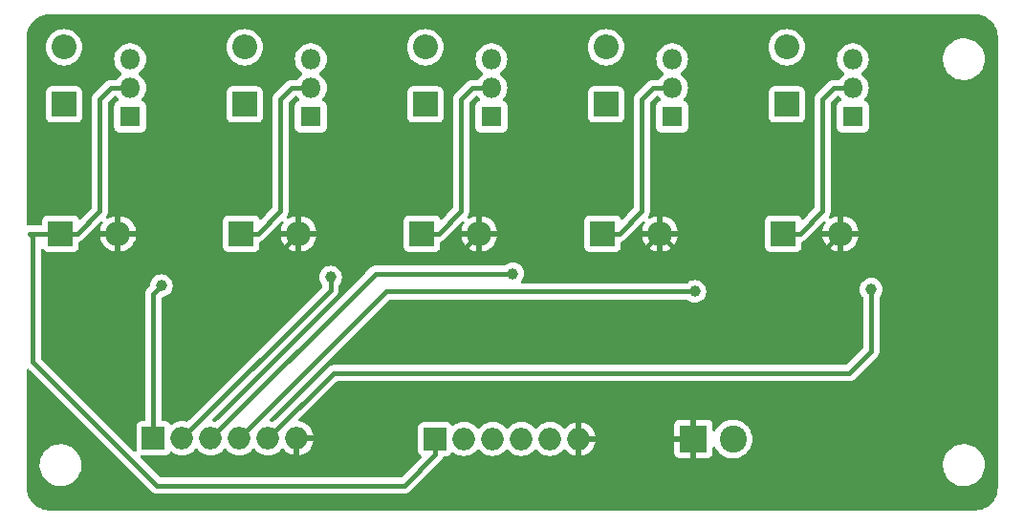
<source format=gbl>
G04 #@! TF.GenerationSoftware,KiCad,Pcbnew,7.0.11-7.0.11~ubuntu22.04.1*
G04 #@! TF.CreationDate,2024-09-19T02:02:40+03:00*
G04 #@! TF.ProjectId,psg14a_power,70736731-3461-45f7-906f-7765722e6b69,rev?*
G04 #@! TF.SameCoordinates,Original*
G04 #@! TF.FileFunction,Copper,L2,Bot*
G04 #@! TF.FilePolarity,Positive*
%FSLAX46Y46*%
G04 Gerber Fmt 4.6, Leading zero omitted, Abs format (unit mm)*
G04 Created by KiCad (PCBNEW 7.0.11-7.0.11~ubuntu22.04.1) date 2024-09-19 02:02:40*
%MOMM*%
%LPD*%
G01*
G04 APERTURE LIST*
G04 #@! TA.AperFunction,ComponentPad*
%ADD10O,2.200000X2.200000*%
G04 #@! TD*
G04 #@! TA.AperFunction,ComponentPad*
%ADD11R,2.200000X2.200000*%
G04 #@! TD*
G04 #@! TA.AperFunction,ComponentPad*
%ADD12R,1.998980X1.998980*%
G04 #@! TD*
G04 #@! TA.AperFunction,ComponentPad*
%ADD13O,1.998980X1.998980*%
G04 #@! TD*
G04 #@! TA.AperFunction,ComponentPad*
%ADD14O,1.800000X1.800000*%
G04 #@! TD*
G04 #@! TA.AperFunction,ComponentPad*
%ADD15R,1.800000X1.800000*%
G04 #@! TD*
G04 #@! TA.AperFunction,ComponentPad*
%ADD16R,2.400000X2.400000*%
G04 #@! TD*
G04 #@! TA.AperFunction,ComponentPad*
%ADD17C,2.400000*%
G04 #@! TD*
G04 #@! TA.AperFunction,ViaPad*
%ADD18C,1.000000*%
G04 #@! TD*
G04 #@! TA.AperFunction,Conductor*
%ADD19C,0.400000*%
G04 #@! TD*
G04 APERTURE END LIST*
D10*
X94307280Y-43931840D03*
D11*
X94307280Y-49011840D03*
D10*
X78307280Y-43931840D03*
D11*
X78307280Y-49011840D03*
D10*
X62307280Y-43931840D03*
D11*
X62307280Y-49011840D03*
D10*
X46307280Y-43931840D03*
D11*
X46307280Y-49011840D03*
D10*
X30307280Y-43931840D03*
D11*
X30307280Y-49011840D03*
D12*
X38227000Y-78613000D03*
D13*
X40767000Y-78613000D03*
X43307000Y-78613000D03*
X45847000Y-78613000D03*
X48387000Y-78613000D03*
X50927000Y-78613000D03*
D12*
X63182500Y-78676500D03*
D13*
X65722500Y-78676500D03*
X68262500Y-78676500D03*
X70802500Y-78676500D03*
X73342500Y-78676500D03*
X75882500Y-78676500D03*
D14*
X36159440Y-44998640D03*
X36159440Y-47538640D03*
D15*
X36159440Y-50078640D03*
D14*
X52159440Y-44998640D03*
X52159440Y-47538640D03*
D15*
X52159440Y-50078640D03*
D14*
X68159440Y-44998640D03*
X68159440Y-47538640D03*
D15*
X68159440Y-50078640D03*
D14*
X84159440Y-44998640D03*
X84159440Y-47538640D03*
D15*
X84159440Y-50078640D03*
D14*
X100159440Y-44998640D03*
X100159440Y-47538640D03*
D15*
X100159440Y-50078640D03*
D11*
X78007560Y-60457080D03*
D10*
X83087560Y-60457080D03*
D11*
X62007560Y-60457080D03*
D10*
X67087560Y-60457080D03*
D11*
X46007560Y-60457080D03*
D10*
X51087560Y-60457080D03*
D11*
X30007560Y-60457080D03*
D10*
X35087560Y-60457080D03*
D11*
X94007560Y-60457080D03*
D10*
X99087560Y-60457080D03*
D16*
X86042500Y-78676500D03*
D17*
X89542500Y-78676500D03*
D18*
X89000000Y-42000000D03*
X109000000Y-72000000D03*
X109000000Y-56000000D03*
X41000000Y-71000000D03*
X82000000Y-83000000D03*
X40000000Y-42000000D03*
X57000000Y-78000000D03*
X104000000Y-42000000D03*
X58000000Y-42000000D03*
X73000000Y-42000000D03*
X109000000Y-64000000D03*
X105092500Y-63754000D03*
X35000000Y-67000000D03*
X34000000Y-74000000D03*
X109000000Y-50000000D03*
X94996000Y-82931000D03*
X101790500Y-65405000D03*
X70040500Y-64008000D03*
X53911500Y-64325500D03*
X38925500Y-65087500D03*
X86169500Y-65595500D03*
D19*
X85304980Y-62674500D02*
X96870140Y-62674500D01*
X54924114Y-62738000D02*
X64806640Y-62738000D01*
X36643194Y-60457080D02*
X38924114Y-62738000D01*
X104592501Y-63254001D02*
X104275001Y-63254001D01*
X96870140Y-62674500D02*
X99087560Y-60457080D01*
X105092500Y-63754000D02*
X104592501Y-63254001D01*
X52643194Y-60457080D02*
X54924114Y-62738000D01*
X51087560Y-60457080D02*
X52643194Y-60457080D01*
X48806640Y-62738000D02*
X51087560Y-60457080D01*
X35087560Y-60457080D02*
X36643194Y-60457080D01*
X70924114Y-62738000D02*
X80806640Y-62738000D01*
X101478080Y-60457080D02*
X99087560Y-60457080D01*
X67087560Y-60457080D02*
X68643194Y-60457080D01*
X68643194Y-60457080D02*
X70924114Y-62738000D01*
X83087560Y-60457080D02*
X85304980Y-62674500D01*
X64806640Y-62738000D02*
X67087560Y-60457080D01*
X104275001Y-63254001D02*
X101478080Y-60457080D01*
X38924114Y-62738000D02*
X48806640Y-62738000D01*
X80806640Y-62738000D02*
X83087560Y-60457080D01*
X101790500Y-70866000D02*
X101790500Y-65405000D01*
X48387000Y-78613000D02*
X54165500Y-72834500D01*
X99822000Y-72834500D02*
X101790500Y-70866000D01*
X64643000Y-72834500D02*
X99822000Y-72834500D01*
X64452500Y-72834500D02*
X64643000Y-72834500D01*
X54165500Y-72834500D02*
X64643000Y-72834500D01*
X57912000Y-64008000D02*
X70040500Y-64008000D01*
X43307000Y-78613000D02*
X57912000Y-64008000D01*
X40767000Y-78613000D02*
X53911500Y-65468500D01*
X53911500Y-65468500D02*
X53911500Y-64325500D01*
X38925500Y-65087500D02*
X38227000Y-65786000D01*
X38227000Y-65786000D02*
X38227000Y-78613000D01*
X45847000Y-78613000D02*
X58864500Y-65595500D01*
X58864500Y-65595500D02*
X86169500Y-65595500D01*
X81472120Y-58492520D02*
X81472120Y-48534320D01*
X82467800Y-47538640D02*
X84159440Y-47538640D01*
X78007560Y-60457080D02*
X79507560Y-60457080D01*
X81472120Y-48534320D02*
X82467800Y-47538640D01*
X79507560Y-60457080D02*
X81472120Y-58492520D01*
X34467800Y-47538640D02*
X36159440Y-47538640D01*
X27559000Y-71818500D02*
X27559000Y-60716160D01*
X63182500Y-78676500D02*
X63182500Y-80075990D01*
X27299920Y-60457080D02*
X30007560Y-60457080D01*
X38544500Y-82804000D02*
X27559000Y-71818500D01*
X33472120Y-58492520D02*
X33472120Y-48534320D01*
X27559000Y-60716160D02*
X27299920Y-60457080D01*
X33472120Y-48534320D02*
X34467800Y-47538640D01*
X30007560Y-60457080D02*
X31507560Y-60457080D01*
X31507560Y-60457080D02*
X33472120Y-58492520D01*
X60454490Y-82804000D02*
X38544500Y-82804000D01*
X63182500Y-80075990D02*
X60454490Y-82804000D01*
X50467800Y-47538640D02*
X52159440Y-47538640D01*
X49472120Y-58492520D02*
X49472120Y-48534320D01*
X46007560Y-60457080D02*
X47507560Y-60457080D01*
X49472120Y-48534320D02*
X50467800Y-47538640D01*
X47507560Y-60457080D02*
X49472120Y-58492520D01*
X65472120Y-58492520D02*
X65472120Y-48534320D01*
X65472120Y-48534320D02*
X66467800Y-47538640D01*
X66467800Y-47538640D02*
X68159440Y-47538640D01*
X62007560Y-60457080D02*
X63507560Y-60457080D01*
X63507560Y-60457080D02*
X65472120Y-58492520D01*
X94007560Y-60457080D02*
X95507560Y-60457080D01*
X97472120Y-58492520D02*
X97472120Y-48534320D01*
X98467800Y-47538640D02*
X100159440Y-47538640D01*
X95507560Y-60457080D02*
X97472120Y-58492520D01*
X97472120Y-48534320D02*
X98467800Y-47538640D01*
G04 #@! TA.AperFunction,Conductor*
G36*
X31738530Y-77000000D02*
G01*
X28000000Y-77000000D01*
X28000000Y-73261470D01*
X31738530Y-77000000D01*
G37*
G04 #@! TD.AperFunction*
G04 #@! TA.AperFunction,Conductor*
G36*
X57000000Y-63918030D02*
G01*
X43918030Y-77000000D01*
X43381970Y-77000000D01*
X54394656Y-65987312D01*
X54400163Y-65982127D01*
X54445715Y-65941773D01*
X54480280Y-65891695D01*
X54484751Y-65885619D01*
X54522275Y-65837726D01*
X54526454Y-65828439D01*
X54537662Y-65808565D01*
X54543454Y-65800175D01*
X54565024Y-65743294D01*
X54567925Y-65736291D01*
X54592888Y-65680829D01*
X54594725Y-65670800D01*
X54600849Y-65648835D01*
X54604465Y-65639301D01*
X54611801Y-65578882D01*
X54612935Y-65571430D01*
X54623901Y-65511593D01*
X54620230Y-65450900D01*
X54620000Y-65443293D01*
X54620000Y-65096982D01*
X54640002Y-65028861D01*
X54648601Y-65017048D01*
X54675128Y-64984725D01*
X54754095Y-64888504D01*
X54847741Y-64713304D01*
X54905408Y-64523201D01*
X54919786Y-64377226D01*
X54924880Y-64325503D01*
X54924880Y-64325496D01*
X54905409Y-64127805D01*
X54905408Y-64127803D01*
X54905408Y-64127799D01*
X54847741Y-63937696D01*
X54754095Y-63762496D01*
X54628068Y-63608932D01*
X54474504Y-63482905D01*
X54299304Y-63389259D01*
X54109201Y-63331592D01*
X54109200Y-63331591D01*
X54109194Y-63331590D01*
X53911503Y-63312120D01*
X53911497Y-63312120D01*
X53713805Y-63331590D01*
X53523695Y-63389259D01*
X53348495Y-63482905D01*
X53194932Y-63608932D01*
X53068905Y-63762495D01*
X52975259Y-63937695D01*
X52917590Y-64127805D01*
X52898120Y-64325496D01*
X52898120Y-64325503D01*
X52917590Y-64523194D01*
X52975259Y-64713304D01*
X53068905Y-64888504D01*
X53174399Y-65017048D01*
X53202153Y-65082395D01*
X53203000Y-65096982D01*
X53203000Y-65122840D01*
X53182998Y-65190961D01*
X53166095Y-65211935D01*
X41378030Y-77000000D01*
X38935500Y-77000000D01*
X38935500Y-66214094D01*
X38955502Y-66145973D01*
X39009158Y-66099480D01*
X39049150Y-66088701D01*
X39086479Y-66085024D01*
X39123193Y-66081409D01*
X39123194Y-66081408D01*
X39123201Y-66081408D01*
X39313304Y-66023741D01*
X39488504Y-65930095D01*
X39642068Y-65804068D01*
X39768095Y-65650504D01*
X39861741Y-65475304D01*
X39919408Y-65285201D01*
X39935400Y-65122840D01*
X39938880Y-65087503D01*
X39938880Y-65087496D01*
X39919409Y-64889805D01*
X39919408Y-64889803D01*
X39919408Y-64889799D01*
X39861741Y-64699696D01*
X39768095Y-64524496D01*
X39642068Y-64370932D01*
X39488504Y-64244905D01*
X39313304Y-64151259D01*
X39123201Y-64093592D01*
X39123200Y-64093591D01*
X39123194Y-64093590D01*
X38925503Y-64074120D01*
X38925497Y-64074120D01*
X38727805Y-64093590D01*
X38537695Y-64151259D01*
X38362495Y-64244905D01*
X38208932Y-64370932D01*
X38082905Y-64524495D01*
X37989259Y-64699695D01*
X37931590Y-64889805D01*
X37915292Y-65055289D01*
X37888710Y-65121121D01*
X37878994Y-65132034D01*
X37743856Y-65267172D01*
X37738316Y-65272388D01*
X37692784Y-65312726D01*
X37658237Y-65362774D01*
X37653731Y-65368898D01*
X37616228Y-65416769D01*
X37616222Y-65416779D01*
X37612035Y-65426080D01*
X37600846Y-65445921D01*
X37595045Y-65454326D01*
X37573482Y-65511183D01*
X37570570Y-65518211D01*
X37545613Y-65573665D01*
X37545609Y-65573678D01*
X37543770Y-65583711D01*
X37537651Y-65605661D01*
X37534034Y-65615199D01*
X37526705Y-65675554D01*
X37525561Y-65683071D01*
X37514598Y-65742906D01*
X37518270Y-65803608D01*
X37518500Y-65811216D01*
X37518500Y-77000000D01*
X33742470Y-77000000D01*
X28304405Y-71561935D01*
X28270379Y-71499623D01*
X28267500Y-71472840D01*
X28267500Y-63000000D01*
X57000000Y-63000000D01*
X57000000Y-63918030D01*
G37*
G04 #@! TD.AperFunction*
G04 #@! TA.AperFunction,Conductor*
G36*
X57000000Y-72126000D02*
G01*
X54190718Y-72126000D01*
X54183110Y-72125770D01*
X54173367Y-72125180D01*
X54122407Y-72122098D01*
X54122406Y-72122098D01*
X54062571Y-72133061D01*
X54055054Y-72134205D01*
X53994699Y-72141534D01*
X53985161Y-72145151D01*
X53963211Y-72151270D01*
X53953178Y-72153109D01*
X53953165Y-72153113D01*
X53897711Y-72178070D01*
X53890683Y-72180982D01*
X53833826Y-72202545D01*
X53825421Y-72208346D01*
X53805580Y-72219535D01*
X53796279Y-72223722D01*
X53796269Y-72223728D01*
X53748398Y-72261231D01*
X53742274Y-72265737D01*
X53692226Y-72300284D01*
X53651888Y-72345816D01*
X53646672Y-72351356D01*
X48998030Y-77000000D01*
X48461970Y-77000000D01*
X57000000Y-68461970D01*
X57000000Y-72126000D01*
G37*
G04 #@! TD.AperFunction*
G04 #@! TA.AperFunction,Conductor*
G36*
X57000000Y-77000000D02*
G01*
X51001970Y-77000000D01*
X54422065Y-73579905D01*
X54484377Y-73545879D01*
X54511160Y-73543000D01*
X57000000Y-73543000D01*
X57000000Y-77000000D01*
G37*
G04 #@! TD.AperFunction*
G04 #@! TA.AperFunction,Conductor*
G36*
X111004487Y-41000321D02*
G01*
X111062731Y-41004486D01*
X111275648Y-41019714D01*
X111293435Y-41022272D01*
X111554657Y-41079098D01*
X111571896Y-41084158D01*
X111822392Y-41177589D01*
X111838738Y-41185054D01*
X112073374Y-41313175D01*
X112088498Y-41322895D01*
X112302509Y-41483102D01*
X112316095Y-41494875D01*
X112505124Y-41683904D01*
X112516897Y-41697490D01*
X112677104Y-41911501D01*
X112686824Y-41926625D01*
X112814945Y-42161261D01*
X112822413Y-42177613D01*
X112915838Y-42428095D01*
X112920902Y-42445345D01*
X112977726Y-42706560D01*
X112980285Y-42724354D01*
X112999679Y-42995511D01*
X113000000Y-43004500D01*
X113000000Y-82995499D01*
X112999679Y-83004488D01*
X112980285Y-83275645D01*
X112977726Y-83293439D01*
X112920902Y-83554654D01*
X112915838Y-83571904D01*
X112822413Y-83822386D01*
X112814945Y-83838738D01*
X112686824Y-84073374D01*
X112677104Y-84088498D01*
X112516897Y-84302509D01*
X112505124Y-84316095D01*
X112316095Y-84505124D01*
X112302509Y-84516897D01*
X112088498Y-84677104D01*
X112073374Y-84686824D01*
X111838738Y-84814945D01*
X111822386Y-84822413D01*
X111571904Y-84915838D01*
X111554654Y-84920902D01*
X111293439Y-84977726D01*
X111275645Y-84980285D01*
X111004488Y-84999679D01*
X110995499Y-85000000D01*
X29004501Y-85000000D01*
X28995512Y-84999679D01*
X28724354Y-84980285D01*
X28706560Y-84977726D01*
X28445345Y-84920902D01*
X28428095Y-84915838D01*
X28177613Y-84822413D01*
X28161261Y-84814945D01*
X27926625Y-84686824D01*
X27911501Y-84677104D01*
X27697490Y-84516897D01*
X27683904Y-84505124D01*
X27494875Y-84316095D01*
X27483102Y-84302509D01*
X27322895Y-84088498D01*
X27313175Y-84073374D01*
X27185054Y-83838738D01*
X27177589Y-83822392D01*
X27084158Y-83571896D01*
X27079097Y-83554654D01*
X27068391Y-83505438D01*
X27022272Y-83293435D01*
X27019714Y-83275644D01*
X27000321Y-83004487D01*
X27000000Y-82995499D01*
X27000000Y-81067765D01*
X28145788Y-81067765D01*
X28175412Y-81337014D01*
X28243928Y-81599090D01*
X28349869Y-81848389D01*
X28349870Y-81848390D01*
X28490982Y-82079610D01*
X28664255Y-82287820D01*
X28865998Y-82468582D01*
X29091910Y-82618044D01*
X29337176Y-82733020D01*
X29596569Y-82811060D01*
X29596572Y-82811060D01*
X29596574Y-82811061D01*
X29864557Y-82850500D01*
X29864561Y-82850500D01*
X30067631Y-82850500D01*
X30270156Y-82835677D01*
X30270160Y-82835676D01*
X30270161Y-82835676D01*
X30380665Y-82811060D01*
X30534553Y-82776780D01*
X30787558Y-82680014D01*
X31023777Y-82547441D01*
X31238177Y-82381888D01*
X31426186Y-82186881D01*
X31583799Y-81966579D01*
X31707656Y-81725675D01*
X31795118Y-81469305D01*
X31844319Y-81202933D01*
X31854212Y-80932235D01*
X31839338Y-80797058D01*
X31824587Y-80662985D01*
X31780170Y-80493090D01*
X31756072Y-80400912D01*
X31733091Y-80346834D01*
X31650130Y-80151610D01*
X31635037Y-80126879D01*
X31509018Y-79920390D01*
X31335745Y-79712180D01*
X31335741Y-79712177D01*
X31335740Y-79712175D01*
X31134012Y-79531427D01*
X31134002Y-79531418D01*
X30908090Y-79381956D01*
X30662824Y-79266980D01*
X30442184Y-79200599D01*
X30403425Y-79188938D01*
X30135442Y-79149500D01*
X30135439Y-79149500D01*
X29932369Y-79149500D01*
X29729839Y-79164323D01*
X29729838Y-79164323D01*
X29465456Y-79223217D01*
X29465441Y-79223222D01*
X29212441Y-79319986D01*
X28976229Y-79452555D01*
X28976225Y-79452557D01*
X28761818Y-79618116D01*
X28573815Y-79813117D01*
X28573810Y-79813123D01*
X28416203Y-80033417D01*
X28416196Y-80033427D01*
X28292343Y-80274324D01*
X28292342Y-80274327D01*
X28204883Y-80530689D01*
X28204880Y-80530702D01*
X28155681Y-80797058D01*
X28155680Y-80797069D01*
X28145788Y-81067765D01*
X27000000Y-81067765D01*
X27000000Y-72565660D01*
X27020002Y-72497539D01*
X27073658Y-72451046D01*
X27143932Y-72440942D01*
X27208512Y-72470436D01*
X27215095Y-72476565D01*
X38025671Y-83287141D01*
X38030887Y-83292682D01*
X38071224Y-83338212D01*
X38071227Y-83338215D01*
X38121268Y-83372756D01*
X38127399Y-83377267D01*
X38175274Y-83414775D01*
X38184570Y-83418958D01*
X38204435Y-83430163D01*
X38212820Y-83435951D01*
X38212822Y-83435952D01*
X38212825Y-83435954D01*
X38212829Y-83435955D01*
X38212832Y-83435957D01*
X38269676Y-83457515D01*
X38276708Y-83460427D01*
X38332171Y-83485389D01*
X38342204Y-83487227D01*
X38364168Y-83493351D01*
X38373695Y-83496964D01*
X38373697Y-83496964D01*
X38373699Y-83496965D01*
X38434105Y-83504299D01*
X38441542Y-83505431D01*
X38501407Y-83516402D01*
X38562110Y-83512730D01*
X38569718Y-83512500D01*
X60429272Y-83512500D01*
X60436880Y-83512730D01*
X60497583Y-83516402D01*
X60557441Y-83505432D01*
X60564888Y-83504299D01*
X60625291Y-83496965D01*
X60634820Y-83493350D01*
X60656794Y-83487226D01*
X60666819Y-83485389D01*
X60722287Y-83460423D01*
X60729292Y-83457522D01*
X60786165Y-83435954D01*
X60794556Y-83430161D01*
X60814412Y-83418961D01*
X60823716Y-83414775D01*
X60871630Y-83377235D01*
X60877685Y-83372780D01*
X60927763Y-83338215D01*
X60968117Y-83292663D01*
X60973302Y-83287156D01*
X63192693Y-81067765D01*
X108145788Y-81067765D01*
X108175412Y-81337014D01*
X108243928Y-81599090D01*
X108349869Y-81848389D01*
X108349870Y-81848390D01*
X108490982Y-82079610D01*
X108664255Y-82287820D01*
X108865998Y-82468582D01*
X109091910Y-82618044D01*
X109337176Y-82733020D01*
X109596569Y-82811060D01*
X109596572Y-82811060D01*
X109596574Y-82811061D01*
X109864557Y-82850500D01*
X109864561Y-82850500D01*
X110067631Y-82850500D01*
X110270156Y-82835677D01*
X110270160Y-82835676D01*
X110270161Y-82835676D01*
X110380665Y-82811060D01*
X110534553Y-82776780D01*
X110787558Y-82680014D01*
X111023777Y-82547441D01*
X111238177Y-82381888D01*
X111426186Y-82186881D01*
X111583799Y-81966579D01*
X111707656Y-81725675D01*
X111795118Y-81469305D01*
X111844319Y-81202933D01*
X111854212Y-80932235D01*
X111839338Y-80797058D01*
X111824587Y-80662985D01*
X111780170Y-80493090D01*
X111756072Y-80400912D01*
X111733091Y-80346834D01*
X111650130Y-80151610D01*
X111635037Y-80126879D01*
X111509018Y-79920390D01*
X111335745Y-79712180D01*
X111335741Y-79712177D01*
X111335740Y-79712175D01*
X111134012Y-79531427D01*
X111134002Y-79531418D01*
X110908090Y-79381956D01*
X110662824Y-79266980D01*
X110442184Y-79200599D01*
X110403425Y-79188938D01*
X110135442Y-79149500D01*
X110135439Y-79149500D01*
X109932369Y-79149500D01*
X109729839Y-79164323D01*
X109729838Y-79164323D01*
X109465456Y-79223217D01*
X109465441Y-79223222D01*
X109212441Y-79319986D01*
X108976229Y-79452555D01*
X108976225Y-79452557D01*
X108761818Y-79618116D01*
X108573815Y-79813117D01*
X108573810Y-79813123D01*
X108416203Y-80033417D01*
X108416196Y-80033427D01*
X108292343Y-80274324D01*
X108292342Y-80274327D01*
X108204883Y-80530689D01*
X108204880Y-80530702D01*
X108155681Y-80797058D01*
X108155680Y-80797069D01*
X108145788Y-81067765D01*
X63192693Y-81067765D01*
X63665656Y-80594802D01*
X63671163Y-80589617D01*
X63716715Y-80549263D01*
X63751280Y-80499185D01*
X63755735Y-80493130D01*
X63793275Y-80445216D01*
X63797461Y-80435912D01*
X63808661Y-80416056D01*
X63814454Y-80407665D01*
X63836022Y-80350792D01*
X63838923Y-80343787D01*
X63863889Y-80288319D01*
X63863989Y-80287775D01*
X63864171Y-80287412D01*
X63866159Y-80281036D01*
X63867219Y-80281366D01*
X63895944Y-80224377D01*
X63957102Y-80188318D01*
X63987925Y-80184490D01*
X64230622Y-80184490D01*
X64230628Y-80184490D01*
X64230635Y-80184489D01*
X64230639Y-80184489D01*
X64291186Y-80177980D01*
X64291189Y-80177979D01*
X64291191Y-80177979D01*
X64428194Y-80126879D01*
X64434091Y-80122465D01*
X64545251Y-80039251D01*
X64638280Y-79914980D01*
X64640485Y-79916631D01*
X64680606Y-79876495D01*
X64749977Y-79861389D01*
X64816502Y-79886186D01*
X64822830Y-79891247D01*
X64833385Y-79900262D01*
X65035770Y-80024284D01*
X65255065Y-80115118D01*
X65485869Y-80170530D01*
X65722500Y-80189153D01*
X65959131Y-80170530D01*
X66189935Y-80115118D01*
X66409230Y-80024284D01*
X66611615Y-79900262D01*
X66792107Y-79746107D01*
X66896689Y-79623656D01*
X66956139Y-79584848D01*
X67027134Y-79584340D01*
X67087133Y-79622296D01*
X67088283Y-79623625D01*
X67103662Y-79641631D01*
X67192892Y-79746107D01*
X67373381Y-79900259D01*
X67373385Y-79900262D01*
X67575770Y-80024284D01*
X67795065Y-80115118D01*
X68025869Y-80170530D01*
X68262500Y-80189153D01*
X68499131Y-80170530D01*
X68729935Y-80115118D01*
X68949230Y-80024284D01*
X69151615Y-79900262D01*
X69332107Y-79746107D01*
X69436689Y-79623656D01*
X69496139Y-79584848D01*
X69567134Y-79584340D01*
X69627133Y-79622296D01*
X69628283Y-79623625D01*
X69643662Y-79641631D01*
X69732892Y-79746107D01*
X69913381Y-79900259D01*
X69913385Y-79900262D01*
X70115770Y-80024284D01*
X70335065Y-80115118D01*
X70565869Y-80170530D01*
X70802500Y-80189153D01*
X71039131Y-80170530D01*
X71269935Y-80115118D01*
X71489230Y-80024284D01*
X71691615Y-79900262D01*
X71872107Y-79746107D01*
X71976689Y-79623656D01*
X72036139Y-79584848D01*
X72107134Y-79584340D01*
X72167133Y-79622296D01*
X72168283Y-79623625D01*
X72183662Y-79641631D01*
X72272892Y-79746107D01*
X72453381Y-79900259D01*
X72453385Y-79900262D01*
X72655770Y-80024284D01*
X72875065Y-80115118D01*
X73105869Y-80170530D01*
X73342500Y-80189153D01*
X73579131Y-80170530D01*
X73809935Y-80115118D01*
X74029230Y-80024284D01*
X74231615Y-79900262D01*
X74412107Y-79746107D01*
X74517018Y-79623271D01*
X74576468Y-79584463D01*
X74647463Y-79583955D01*
X74707462Y-79621911D01*
X74708640Y-79623272D01*
X74813247Y-79745752D01*
X74993676Y-79899853D01*
X74993683Y-79899858D01*
X75195996Y-80023834D01*
X75415221Y-80114641D01*
X75628500Y-80165844D01*
X75628500Y-79164159D01*
X75661866Y-79184450D01*
X75807091Y-79225140D01*
X75920028Y-79225140D01*
X76031913Y-79209762D01*
X76136500Y-79164333D01*
X76136500Y-80165843D01*
X76349778Y-80114641D01*
X76569003Y-80023834D01*
X76730129Y-79925097D01*
X84334500Y-79925097D01*
X84341005Y-79985593D01*
X84392055Y-80122464D01*
X84392055Y-80122465D01*
X84479595Y-80239404D01*
X84596534Y-80326944D01*
X84733406Y-80377994D01*
X84793902Y-80384499D01*
X84793915Y-80384500D01*
X85788500Y-80384500D01*
X85788500Y-79220724D01*
X85885869Y-79261056D01*
X86003177Y-79276500D01*
X86081823Y-79276500D01*
X86199131Y-79261056D01*
X86296500Y-79220724D01*
X86296500Y-80384500D01*
X87291085Y-80384500D01*
X87291097Y-80384499D01*
X87351593Y-80377994D01*
X87488464Y-80326944D01*
X87488465Y-80326944D01*
X87605404Y-80239404D01*
X87692944Y-80122465D01*
X87692944Y-80122464D01*
X87743994Y-79985593D01*
X87750499Y-79925097D01*
X87750500Y-79925085D01*
X87750500Y-79452939D01*
X87770502Y-79384818D01*
X87824158Y-79338325D01*
X87894432Y-79328221D01*
X87959012Y-79357715D01*
X87993790Y-79406907D01*
X87998872Y-79419858D01*
X87998876Y-79419866D01*
X88126910Y-79641627D01*
X88126912Y-79641630D01*
X88126913Y-79641631D01*
X88286569Y-79841834D01*
X88474281Y-80016005D01*
X88474287Y-80016009D01*
X88685845Y-80160248D01*
X88685852Y-80160252D01*
X88685855Y-80160254D01*
X88773412Y-80202419D01*
X88916560Y-80271356D01*
X88916573Y-80271361D01*
X89161246Y-80346832D01*
X89161248Y-80346832D01*
X89161257Y-80346835D01*
X89414466Y-80385000D01*
X89414470Y-80385000D01*
X89670530Y-80385000D01*
X89670534Y-80385000D01*
X89923743Y-80346835D01*
X89933686Y-80343768D01*
X90168429Y-80271360D01*
X90168430Y-80271359D01*
X90168435Y-80271358D01*
X90399146Y-80160254D01*
X90610719Y-80016005D01*
X90798431Y-79841834D01*
X90958087Y-79641631D01*
X91086122Y-79419869D01*
X91086127Y-79419858D01*
X91162547Y-79225140D01*
X91179674Y-79181501D01*
X91236655Y-78931853D01*
X91255791Y-78676500D01*
X91236655Y-78421147D01*
X91179674Y-78171499D01*
X91142390Y-78076500D01*
X91086125Y-77933137D01*
X91086123Y-77933133D01*
X90958089Y-77711372D01*
X90891899Y-77628372D01*
X90798431Y-77511166D01*
X90610719Y-77336995D01*
X90399146Y-77192746D01*
X90399143Y-77192745D01*
X90399141Y-77192743D01*
X90399140Y-77192742D01*
X90168436Y-77081642D01*
X90168429Y-77081639D01*
X89923753Y-77006167D01*
X89923745Y-77006165D01*
X89923743Y-77006165D01*
X89670534Y-76968000D01*
X89414466Y-76968000D01*
X89161257Y-77006165D01*
X89161255Y-77006165D01*
X89161246Y-77006167D01*
X88916573Y-77081638D01*
X88916560Y-77081643D01*
X88685852Y-77192747D01*
X88685845Y-77192751D01*
X88474287Y-77336990D01*
X88474282Y-77336994D01*
X88286570Y-77511165D01*
X88126910Y-77711372D01*
X87998876Y-77933133D01*
X87998876Y-77933134D01*
X87993790Y-77946094D01*
X87950282Y-78002198D01*
X87883350Y-78025874D01*
X87814242Y-78009604D01*
X87764901Y-77958555D01*
X87750500Y-77900060D01*
X87750500Y-77427914D01*
X87750499Y-77427902D01*
X87743994Y-77367406D01*
X87692944Y-77230535D01*
X87692944Y-77230534D01*
X87605404Y-77113595D01*
X87488465Y-77026055D01*
X87351593Y-76975005D01*
X87291097Y-76968500D01*
X86296500Y-76968500D01*
X86296500Y-78132275D01*
X86199131Y-78091944D01*
X86081823Y-78076500D01*
X86003177Y-78076500D01*
X85885869Y-78091944D01*
X85788500Y-78132275D01*
X85788500Y-76968500D01*
X84793902Y-76968500D01*
X84733406Y-76975005D01*
X84596535Y-77026055D01*
X84596534Y-77026055D01*
X84479595Y-77113595D01*
X84392055Y-77230534D01*
X84392055Y-77230535D01*
X84341005Y-77367406D01*
X84334500Y-77427902D01*
X84334500Y-78422500D01*
X85498275Y-78422500D01*
X85457944Y-78519869D01*
X85437323Y-78676500D01*
X85457944Y-78833131D01*
X85498275Y-78930500D01*
X84334500Y-78930500D01*
X84334500Y-79925097D01*
X76730129Y-79925097D01*
X76771316Y-79899858D01*
X76771323Y-79899853D01*
X76951752Y-79745752D01*
X77105853Y-79565323D01*
X77105858Y-79565316D01*
X77229834Y-79363003D01*
X77320641Y-79143778D01*
X77371844Y-78930500D01*
X76374487Y-78930500D01*
X76424715Y-78789174D01*
X76435007Y-78638707D01*
X76404322Y-78491044D01*
X76368805Y-78422500D01*
X77371844Y-78422500D01*
X77320641Y-78209221D01*
X77229834Y-77989996D01*
X77105858Y-77787683D01*
X77105853Y-77787676D01*
X76951752Y-77607247D01*
X76771323Y-77453146D01*
X76771316Y-77453141D01*
X76569003Y-77329165D01*
X76349775Y-77238357D01*
X76349776Y-77238357D01*
X76136500Y-77187153D01*
X76136500Y-78188840D01*
X76103134Y-78168550D01*
X75957909Y-78127860D01*
X75844972Y-78127860D01*
X75733087Y-78143238D01*
X75628500Y-78188666D01*
X75628500Y-77187153D01*
X75415224Y-77238357D01*
X75195996Y-77329165D01*
X74993683Y-77453141D01*
X74993676Y-77453146D01*
X74813250Y-77607245D01*
X74708640Y-77729728D01*
X74649189Y-77768537D01*
X74578195Y-77769043D01*
X74518196Y-77731087D01*
X74517018Y-77729728D01*
X74412107Y-77606893D01*
X74412105Y-77606891D01*
X74412104Y-77606890D01*
X74231618Y-77452740D01*
X74231616Y-77452739D01*
X74231615Y-77452738D01*
X74029230Y-77328716D01*
X73875924Y-77265215D01*
X73809933Y-77237881D01*
X73652048Y-77199976D01*
X73579131Y-77182470D01*
X73579132Y-77182470D01*
X73342500Y-77163847D01*
X73105868Y-77182470D01*
X72875066Y-77237881D01*
X72655771Y-77328715D01*
X72453383Y-77452739D01*
X72453381Y-77452740D01*
X72272892Y-77606892D01*
X72168311Y-77729342D01*
X72108861Y-77768152D01*
X72037866Y-77768658D01*
X71977867Y-77730702D01*
X71976689Y-77729342D01*
X71872107Y-77606892D01*
X71691618Y-77452740D01*
X71691616Y-77452739D01*
X71691615Y-77452738D01*
X71489230Y-77328716D01*
X71335924Y-77265215D01*
X71269933Y-77237881D01*
X71112048Y-77199976D01*
X71039131Y-77182470D01*
X71039132Y-77182470D01*
X70802500Y-77163847D01*
X70565868Y-77182470D01*
X70335066Y-77237881D01*
X70115771Y-77328715D01*
X69913383Y-77452739D01*
X69913381Y-77452740D01*
X69732892Y-77606892D01*
X69628311Y-77729342D01*
X69568861Y-77768152D01*
X69497866Y-77768658D01*
X69437867Y-77730702D01*
X69436689Y-77729342D01*
X69332107Y-77606892D01*
X69151618Y-77452740D01*
X69151616Y-77452739D01*
X69151615Y-77452738D01*
X68949230Y-77328716D01*
X68795924Y-77265215D01*
X68729933Y-77237881D01*
X68572048Y-77199976D01*
X68499131Y-77182470D01*
X68499132Y-77182470D01*
X68262500Y-77163847D01*
X68025868Y-77182470D01*
X67795066Y-77237881D01*
X67575771Y-77328715D01*
X67373383Y-77452739D01*
X67373381Y-77452740D01*
X67192892Y-77606892D01*
X67088311Y-77729342D01*
X67028861Y-77768152D01*
X66957866Y-77768658D01*
X66897867Y-77730702D01*
X66896689Y-77729342D01*
X66792107Y-77606892D01*
X66611618Y-77452740D01*
X66611616Y-77452739D01*
X66611615Y-77452738D01*
X66409230Y-77328716D01*
X66255924Y-77265215D01*
X66189933Y-77237881D01*
X66032048Y-77199976D01*
X65959131Y-77182470D01*
X65959132Y-77182470D01*
X65722500Y-77163847D01*
X65485868Y-77182470D01*
X65255066Y-77237881D01*
X65035771Y-77328715D01*
X64833383Y-77452739D01*
X64833382Y-77452739D01*
X64822842Y-77461742D01*
X64758052Y-77490772D01*
X64687852Y-77480165D01*
X64639161Y-77437359D01*
X64638280Y-77438020D01*
X64635137Y-77433822D01*
X64634531Y-77433289D01*
X64633768Y-77431993D01*
X64545251Y-77313748D01*
X64428197Y-77226122D01*
X64428192Y-77226120D01*
X64291194Y-77175021D01*
X64291186Y-77175019D01*
X64230639Y-77168510D01*
X64230628Y-77168510D01*
X62134372Y-77168510D01*
X62134360Y-77168510D01*
X62073813Y-77175019D01*
X62073805Y-77175021D01*
X61936807Y-77226120D01*
X61936802Y-77226122D01*
X61819748Y-77313748D01*
X61732122Y-77430802D01*
X61732120Y-77430807D01*
X61681021Y-77567805D01*
X61681019Y-77567813D01*
X61674510Y-77628360D01*
X61674510Y-79724639D01*
X61681019Y-79785186D01*
X61681021Y-79785194D01*
X61732120Y-79922192D01*
X61732122Y-79922197D01*
X61819747Y-80039249D01*
X61819748Y-80039249D01*
X61819749Y-80039251D01*
X61851980Y-80063379D01*
X61930678Y-80122292D01*
X61973224Y-80179128D01*
X61978288Y-80249944D01*
X61944263Y-80312255D01*
X60197923Y-82058596D01*
X60135613Y-82092620D01*
X60108830Y-82095500D01*
X38890160Y-82095500D01*
X38822039Y-82075498D01*
X38801065Y-82058595D01*
X37078016Y-80335546D01*
X37043990Y-80273234D01*
X37049055Y-80202419D01*
X37091602Y-80145583D01*
X37158122Y-80120772D01*
X37175484Y-80121086D01*
X37175499Y-80120809D01*
X37178866Y-80120989D01*
X37178872Y-80120990D01*
X37178878Y-80120990D01*
X39275122Y-80120990D01*
X39275128Y-80120990D01*
X39275135Y-80120989D01*
X39275139Y-80120989D01*
X39335686Y-80114480D01*
X39335689Y-80114479D01*
X39335691Y-80114479D01*
X39472694Y-80063379D01*
X39512719Y-80033417D01*
X39589751Y-79975751D01*
X39682780Y-79851480D01*
X39684985Y-79853131D01*
X39725106Y-79812995D01*
X39794477Y-79797889D01*
X39861002Y-79822686D01*
X39867330Y-79827747D01*
X39877885Y-79836762D01*
X40080270Y-79960784D01*
X40299565Y-80051618D01*
X40530369Y-80107030D01*
X40767000Y-80125653D01*
X41003631Y-80107030D01*
X41234435Y-80051618D01*
X41453730Y-79960784D01*
X41656115Y-79836762D01*
X41836607Y-79682607D01*
X41941189Y-79560156D01*
X42000639Y-79521348D01*
X42071634Y-79520840D01*
X42131633Y-79558796D01*
X42132783Y-79560125D01*
X42153136Y-79583955D01*
X42237392Y-79682607D01*
X42417881Y-79836759D01*
X42417885Y-79836762D01*
X42620270Y-79960784D01*
X42839565Y-80051618D01*
X43070369Y-80107030D01*
X43307000Y-80125653D01*
X43543631Y-80107030D01*
X43774435Y-80051618D01*
X43993730Y-79960784D01*
X44196115Y-79836762D01*
X44376607Y-79682607D01*
X44481189Y-79560156D01*
X44540639Y-79521348D01*
X44611634Y-79520840D01*
X44671633Y-79558796D01*
X44672783Y-79560125D01*
X44693136Y-79583955D01*
X44777392Y-79682607D01*
X44957881Y-79836759D01*
X44957885Y-79836762D01*
X45160270Y-79960784D01*
X45379565Y-80051618D01*
X45610369Y-80107030D01*
X45847000Y-80125653D01*
X46083631Y-80107030D01*
X46314435Y-80051618D01*
X46533730Y-79960784D01*
X46736115Y-79836762D01*
X46916607Y-79682607D01*
X47021189Y-79560156D01*
X47080639Y-79521348D01*
X47151634Y-79520840D01*
X47211633Y-79558796D01*
X47212783Y-79560125D01*
X47233136Y-79583955D01*
X47317392Y-79682607D01*
X47497881Y-79836759D01*
X47497885Y-79836762D01*
X47700270Y-79960784D01*
X47919565Y-80051618D01*
X48150369Y-80107030D01*
X48387000Y-80125653D01*
X48623631Y-80107030D01*
X48854435Y-80051618D01*
X49073730Y-79960784D01*
X49276115Y-79836762D01*
X49456607Y-79682607D01*
X49561518Y-79559771D01*
X49620968Y-79520963D01*
X49691963Y-79520455D01*
X49751962Y-79558411D01*
X49753140Y-79559772D01*
X49857747Y-79682252D01*
X50038176Y-79836353D01*
X50038183Y-79836358D01*
X50240496Y-79960334D01*
X50459721Y-80051141D01*
X50673000Y-80102344D01*
X50673000Y-79100659D01*
X50706366Y-79120950D01*
X50851591Y-79161640D01*
X50964528Y-79161640D01*
X51076413Y-79146262D01*
X51181000Y-79100833D01*
X51181000Y-80102343D01*
X51394278Y-80051141D01*
X51613503Y-79960334D01*
X51815816Y-79836358D01*
X51815823Y-79836353D01*
X51996252Y-79682252D01*
X52150353Y-79501823D01*
X52150358Y-79501816D01*
X52274334Y-79299503D01*
X52365141Y-79080278D01*
X52416344Y-78867000D01*
X51418987Y-78867000D01*
X51469215Y-78725674D01*
X51479507Y-78575207D01*
X51448822Y-78427544D01*
X51413305Y-78359000D01*
X52416344Y-78359000D01*
X52365141Y-78145721D01*
X52274334Y-77926496D01*
X52150358Y-77724183D01*
X52150353Y-77724176D01*
X51996252Y-77543747D01*
X51815823Y-77389646D01*
X51815816Y-77389641D01*
X51613503Y-77265665D01*
X51394280Y-77174859D01*
X51158739Y-77118311D01*
X51159091Y-77116840D01*
X51101017Y-77089308D01*
X51063491Y-77029039D01*
X51064507Y-76958050D01*
X51095784Y-76906184D01*
X54422065Y-73579905D01*
X54484377Y-73545879D01*
X54511160Y-73543000D01*
X64409641Y-73543000D01*
X64600141Y-73543000D01*
X99796782Y-73543000D01*
X99804390Y-73543230D01*
X99865093Y-73546902D01*
X99924951Y-73535932D01*
X99932398Y-73534799D01*
X99992801Y-73527465D01*
X100002330Y-73523850D01*
X100024304Y-73517726D01*
X100034329Y-73515889D01*
X100089797Y-73490923D01*
X100096802Y-73488022D01*
X100153675Y-73466454D01*
X100162066Y-73460661D01*
X100181922Y-73449461D01*
X100191226Y-73445275D01*
X100239140Y-73407735D01*
X100245195Y-73403280D01*
X100295273Y-73368715D01*
X100335612Y-73323181D01*
X100340810Y-73317659D01*
X102273665Y-71384804D01*
X102279172Y-71379619D01*
X102324715Y-71339273D01*
X102359278Y-71289197D01*
X102363754Y-71283115D01*
X102401275Y-71235226D01*
X102405461Y-71225922D01*
X102416661Y-71206066D01*
X102422454Y-71197675D01*
X102444032Y-71140775D01*
X102446918Y-71133809D01*
X102471888Y-71078330D01*
X102473724Y-71068308D01*
X102479851Y-71046329D01*
X102483465Y-71036801D01*
X102490798Y-70976397D01*
X102491935Y-70968927D01*
X102502901Y-70909093D01*
X102499230Y-70848400D01*
X102499000Y-70840793D01*
X102499000Y-66176482D01*
X102519002Y-66108361D01*
X102527601Y-66096548D01*
X102534041Y-66088701D01*
X102633095Y-65968004D01*
X102726741Y-65792804D01*
X102784408Y-65602701D01*
X102785118Y-65595500D01*
X102803880Y-65405003D01*
X102803880Y-65404996D01*
X102784409Y-65207305D01*
X102784408Y-65207303D01*
X102784408Y-65207299D01*
X102726741Y-65017196D01*
X102633095Y-64841996D01*
X102507068Y-64688432D01*
X102353504Y-64562405D01*
X102178304Y-64468759D01*
X101988201Y-64411092D01*
X101988200Y-64411091D01*
X101988194Y-64411090D01*
X101790503Y-64391620D01*
X101790497Y-64391620D01*
X101592805Y-64411090D01*
X101402695Y-64468759D01*
X101227495Y-64562405D01*
X101073932Y-64688432D01*
X100947905Y-64841995D01*
X100854259Y-65017195D01*
X100796590Y-65207305D01*
X100777120Y-65404996D01*
X100777120Y-65405003D01*
X100796590Y-65602694D01*
X100796591Y-65602700D01*
X100796592Y-65602701D01*
X100854259Y-65792804D01*
X100947905Y-65968004D01*
X101040974Y-66081409D01*
X101053399Y-66096548D01*
X101081153Y-66161895D01*
X101082000Y-66176482D01*
X101082000Y-70520339D01*
X101061998Y-70588460D01*
X101045095Y-70609434D01*
X99565435Y-72089095D01*
X99503123Y-72123120D01*
X99476340Y-72126000D01*
X54190718Y-72126000D01*
X54183110Y-72125770D01*
X54173367Y-72125180D01*
X54122407Y-72122098D01*
X54122406Y-72122098D01*
X54062571Y-72133061D01*
X54055054Y-72134205D01*
X53994699Y-72141534D01*
X53985161Y-72145151D01*
X53963211Y-72151270D01*
X53953178Y-72153109D01*
X53953165Y-72153113D01*
X53897711Y-72178070D01*
X53890683Y-72180982D01*
X53833826Y-72202545D01*
X53825421Y-72208346D01*
X53805580Y-72219535D01*
X53796279Y-72223722D01*
X53796269Y-72223728D01*
X53748398Y-72261231D01*
X53742274Y-72265737D01*
X53692226Y-72300284D01*
X53651888Y-72345816D01*
X53646672Y-72351356D01*
X48879504Y-77118524D01*
X48817192Y-77152550D01*
X48760996Y-77151948D01*
X48682875Y-77133193D01*
X48623631Y-77118970D01*
X48623628Y-77118969D01*
X48618818Y-77117815D01*
X48619194Y-77116245D01*
X48561446Y-77088860D01*
X48523928Y-77028586D01*
X48524951Y-76957597D01*
X48556226Y-76905742D01*
X59121065Y-66340905D01*
X59183377Y-66306879D01*
X59210160Y-66304000D01*
X85398018Y-66304000D01*
X85466139Y-66324002D01*
X85477947Y-66332597D01*
X85606496Y-66438095D01*
X85781696Y-66531741D01*
X85971799Y-66589408D01*
X85971803Y-66589408D01*
X85971805Y-66589409D01*
X86169497Y-66608880D01*
X86169500Y-66608880D01*
X86169503Y-66608880D01*
X86367194Y-66589409D01*
X86367195Y-66589408D01*
X86367201Y-66589408D01*
X86557304Y-66531741D01*
X86732504Y-66438095D01*
X86886068Y-66312068D01*
X87012095Y-66158504D01*
X87105741Y-65983304D01*
X87163408Y-65793201D01*
X87174996Y-65675554D01*
X87182880Y-65595503D01*
X87182880Y-65595496D01*
X87163409Y-65397805D01*
X87163408Y-65397803D01*
X87163408Y-65397799D01*
X87105741Y-65207696D01*
X87012095Y-65032496D01*
X86886068Y-64878932D01*
X86732504Y-64752905D01*
X86557304Y-64659259D01*
X86367201Y-64601592D01*
X86367200Y-64601591D01*
X86367194Y-64601590D01*
X86169503Y-64582120D01*
X86169497Y-64582120D01*
X85971805Y-64601590D01*
X85781695Y-64659259D01*
X85606495Y-64752905D01*
X85561103Y-64790158D01*
X85477950Y-64858399D01*
X85412605Y-64886153D01*
X85398018Y-64887000D01*
X70890168Y-64887000D01*
X70822047Y-64866998D01*
X70775554Y-64813342D01*
X70765450Y-64743068D01*
X70792769Y-64681066D01*
X70883095Y-64571004D01*
X70976741Y-64395804D01*
X71034408Y-64205701D01*
X71053880Y-64008000D01*
X71034408Y-63810299D01*
X70976741Y-63620196D01*
X70883095Y-63444996D01*
X70757068Y-63291432D01*
X70603504Y-63165405D01*
X70428304Y-63071759D01*
X70238201Y-63014092D01*
X70238200Y-63014091D01*
X70238194Y-63014090D01*
X70040503Y-62994620D01*
X70040497Y-62994620D01*
X69842805Y-63014090D01*
X69652695Y-63071759D01*
X69477495Y-63165405D01*
X69393100Y-63234666D01*
X69348950Y-63270899D01*
X69283605Y-63298653D01*
X69269018Y-63299500D01*
X57937218Y-63299500D01*
X57929610Y-63299270D01*
X57919410Y-63298653D01*
X57868907Y-63295598D01*
X57868906Y-63295598D01*
X57809071Y-63306561D01*
X57801554Y-63307705D01*
X57741199Y-63315034D01*
X57731661Y-63318651D01*
X57709711Y-63324770D01*
X57699678Y-63326609D01*
X57699665Y-63326613D01*
X57644211Y-63351570D01*
X57637183Y-63354482D01*
X57580326Y-63376045D01*
X57571921Y-63381846D01*
X57552080Y-63393035D01*
X57542779Y-63397222D01*
X57542769Y-63397228D01*
X57494898Y-63434731D01*
X57488774Y-63439237D01*
X57438726Y-63473784D01*
X57398388Y-63519316D01*
X57393172Y-63524856D01*
X43799504Y-77118524D01*
X43737192Y-77152550D01*
X43680996Y-77151948D01*
X43602875Y-77133193D01*
X43543631Y-77118970D01*
X43543628Y-77118969D01*
X43538818Y-77117815D01*
X43539194Y-77116245D01*
X43481446Y-77088860D01*
X43443928Y-77028586D01*
X43444951Y-76957597D01*
X43476226Y-76905742D01*
X54394656Y-65987312D01*
X54400163Y-65982127D01*
X54445715Y-65941773D01*
X54480280Y-65891695D01*
X54484751Y-65885619D01*
X54522275Y-65837726D01*
X54526454Y-65828439D01*
X54537662Y-65808565D01*
X54543454Y-65800175D01*
X54565024Y-65743294D01*
X54567925Y-65736291D01*
X54592888Y-65680829D01*
X54594725Y-65670800D01*
X54600849Y-65648835D01*
X54604465Y-65639301D01*
X54611801Y-65578882D01*
X54612935Y-65571430D01*
X54623901Y-65511593D01*
X54620230Y-65450900D01*
X54620000Y-65443293D01*
X54620000Y-65096982D01*
X54640002Y-65028861D01*
X54648601Y-65017048D01*
X54754095Y-64888504D01*
X54847741Y-64713304D01*
X54905408Y-64523201D01*
X54920406Y-64370932D01*
X54924880Y-64325503D01*
X54924880Y-64325496D01*
X54905409Y-64127805D01*
X54905408Y-64127803D01*
X54905408Y-64127799D01*
X54847741Y-63937696D01*
X54754095Y-63762496D01*
X54628068Y-63608932D01*
X54474504Y-63482905D01*
X54299304Y-63389259D01*
X54109201Y-63331592D01*
X54109200Y-63331591D01*
X54109194Y-63331590D01*
X53911503Y-63312120D01*
X53911497Y-63312120D01*
X53713805Y-63331590D01*
X53523695Y-63389259D01*
X53348495Y-63482905D01*
X53194932Y-63608932D01*
X53068905Y-63762495D01*
X52975259Y-63937695D01*
X52917590Y-64127805D01*
X52898120Y-64325496D01*
X52898120Y-64325503D01*
X52917590Y-64523194D01*
X52917591Y-64523200D01*
X52917592Y-64523201D01*
X52975259Y-64713304D01*
X53068905Y-64888504D01*
X53147869Y-64984722D01*
X53174399Y-65017048D01*
X53202153Y-65082395D01*
X53203000Y-65096982D01*
X53203000Y-65122839D01*
X53182998Y-65190960D01*
X53166095Y-65211934D01*
X41259504Y-77118524D01*
X41197192Y-77152550D01*
X41140996Y-77151948D01*
X41003631Y-77118970D01*
X40767000Y-77100347D01*
X40530368Y-77118970D01*
X40299566Y-77174381D01*
X40080271Y-77265215D01*
X39877883Y-77389239D01*
X39877882Y-77389239D01*
X39867342Y-77398242D01*
X39802552Y-77427272D01*
X39732352Y-77416665D01*
X39683661Y-77373859D01*
X39682780Y-77374520D01*
X39679637Y-77370322D01*
X39679031Y-77369789D01*
X39678268Y-77368493D01*
X39589751Y-77250248D01*
X39472697Y-77162622D01*
X39472692Y-77162620D01*
X39335694Y-77111521D01*
X39335686Y-77111519D01*
X39275139Y-77105010D01*
X39275128Y-77105010D01*
X39061500Y-77105010D01*
X38993379Y-77085008D01*
X38946886Y-77031352D01*
X38935500Y-76979010D01*
X38935500Y-66214094D01*
X38955502Y-66145973D01*
X39009158Y-66099480D01*
X39049150Y-66088701D01*
X39086479Y-66085024D01*
X39123193Y-66081409D01*
X39123194Y-66081408D01*
X39123201Y-66081408D01*
X39313304Y-66023741D01*
X39488504Y-65930095D01*
X39642068Y-65804068D01*
X39768095Y-65650504D01*
X39861741Y-65475304D01*
X39919408Y-65285201D01*
X39926625Y-65211934D01*
X39938880Y-65087503D01*
X39938880Y-65087496D01*
X39919409Y-64889805D01*
X39919408Y-64889803D01*
X39919408Y-64889799D01*
X39861741Y-64699696D01*
X39768095Y-64524496D01*
X39642068Y-64370932D01*
X39488504Y-64244905D01*
X39313304Y-64151259D01*
X39123201Y-64093592D01*
X39123200Y-64093591D01*
X39123194Y-64093590D01*
X38925503Y-64074120D01*
X38925497Y-64074120D01*
X38727805Y-64093590D01*
X38537695Y-64151259D01*
X38362495Y-64244905D01*
X38208932Y-64370932D01*
X38082905Y-64524495D01*
X37989259Y-64699695D01*
X37931590Y-64889805D01*
X37915292Y-65055289D01*
X37888710Y-65121121D01*
X37878994Y-65132034D01*
X37743856Y-65267172D01*
X37738316Y-65272388D01*
X37692784Y-65312726D01*
X37658237Y-65362774D01*
X37653731Y-65368898D01*
X37616228Y-65416769D01*
X37616222Y-65416779D01*
X37612035Y-65426080D01*
X37600846Y-65445921D01*
X37595045Y-65454326D01*
X37573482Y-65511183D01*
X37570570Y-65518211D01*
X37545613Y-65573665D01*
X37545609Y-65573678D01*
X37543770Y-65583711D01*
X37537651Y-65605661D01*
X37534034Y-65615199D01*
X37526705Y-65675554D01*
X37525561Y-65683071D01*
X37514598Y-65742906D01*
X37518270Y-65803608D01*
X37518500Y-65811216D01*
X37518500Y-76979010D01*
X37498498Y-77047131D01*
X37444842Y-77093624D01*
X37392500Y-77105010D01*
X37178860Y-77105010D01*
X37118313Y-77111519D01*
X37118305Y-77111521D01*
X36981307Y-77162620D01*
X36981302Y-77162622D01*
X36864248Y-77250248D01*
X36776622Y-77367302D01*
X36776620Y-77367307D01*
X36725521Y-77504305D01*
X36725519Y-77504313D01*
X36719010Y-77564860D01*
X36719010Y-79661122D01*
X36719191Y-79664501D01*
X36717898Y-79664570D01*
X36706218Y-79729293D01*
X36657837Y-79781253D01*
X36589045Y-79798808D01*
X36521683Y-79776384D01*
X36504453Y-79761983D01*
X28304405Y-71561935D01*
X28270379Y-71499623D01*
X28267500Y-71472840D01*
X28267500Y-61929150D01*
X28287502Y-61861029D01*
X28341158Y-61814536D01*
X28411432Y-61804432D01*
X28476012Y-61833926D01*
X28494368Y-61853641D01*
X28544298Y-61920341D01*
X28661352Y-62007967D01*
X28661354Y-62007968D01*
X28661356Y-62007969D01*
X28720435Y-62030004D01*
X28798355Y-62059068D01*
X28798363Y-62059070D01*
X28858910Y-62065579D01*
X28858915Y-62065579D01*
X28858922Y-62065580D01*
X28858928Y-62065580D01*
X31156192Y-62065580D01*
X31156198Y-62065580D01*
X31156205Y-62065579D01*
X31156209Y-62065579D01*
X31216756Y-62059070D01*
X31216759Y-62059069D01*
X31216761Y-62059069D01*
X31353764Y-62007969D01*
X31470821Y-61920341D01*
X31558449Y-61803284D01*
X31609549Y-61666281D01*
X31616060Y-61605718D01*
X31616060Y-61262504D01*
X31636062Y-61194383D01*
X31689718Y-61147890D01*
X31719360Y-61138566D01*
X31719496Y-61138540D01*
X31719889Y-61138469D01*
X31775357Y-61113503D01*
X31782362Y-61110602D01*
X31839235Y-61089034D01*
X31847626Y-61083241D01*
X31867482Y-61072041D01*
X31876786Y-61067855D01*
X31924700Y-61030315D01*
X31930755Y-61025860D01*
X31980833Y-60991295D01*
X32021172Y-60945761D01*
X32026370Y-60940239D01*
X33544281Y-59422328D01*
X33606591Y-59388304D01*
X33677406Y-59393369D01*
X33734242Y-59435916D01*
X33759053Y-59502436D01*
X33743962Y-59571810D01*
X33740807Y-59577259D01*
X33650392Y-59724804D01*
X33553531Y-59958645D01*
X33494849Y-60203080D01*
X34594129Y-60203080D01*
X34544001Y-60344127D01*
X34533683Y-60494966D01*
X34564444Y-60642995D01*
X34599723Y-60711080D01*
X33494849Y-60711080D01*
X33553531Y-60955514D01*
X33650390Y-61189352D01*
X33782637Y-61405159D01*
X33947017Y-61597622D01*
X34139480Y-61762002D01*
X34355287Y-61894249D01*
X34589125Y-61991108D01*
X34833560Y-62049790D01*
X34833560Y-60946331D01*
X34866379Y-60966289D01*
X35011964Y-61007080D01*
X35125182Y-61007080D01*
X35237343Y-60991664D01*
X35341560Y-60946396D01*
X35341560Y-62049789D01*
X35585994Y-61991108D01*
X35819832Y-61894249D01*
X36035639Y-61762002D01*
X36218610Y-61605729D01*
X44399060Y-61605729D01*
X44405569Y-61666276D01*
X44405571Y-61666284D01*
X44456670Y-61803282D01*
X44456672Y-61803287D01*
X44544298Y-61920341D01*
X44661352Y-62007967D01*
X44661354Y-62007968D01*
X44661356Y-62007969D01*
X44720435Y-62030004D01*
X44798355Y-62059068D01*
X44798363Y-62059070D01*
X44858910Y-62065579D01*
X44858915Y-62065579D01*
X44858922Y-62065580D01*
X44858928Y-62065580D01*
X47156192Y-62065580D01*
X47156198Y-62065580D01*
X47156205Y-62065579D01*
X47156209Y-62065579D01*
X47216756Y-62059070D01*
X47216759Y-62059069D01*
X47216761Y-62059069D01*
X47353764Y-62007969D01*
X47470821Y-61920341D01*
X47558449Y-61803284D01*
X47609549Y-61666281D01*
X47616060Y-61605718D01*
X47616060Y-61262504D01*
X47636062Y-61194383D01*
X47689718Y-61147890D01*
X47719360Y-61138566D01*
X47719496Y-61138540D01*
X47719889Y-61138469D01*
X47775357Y-61113503D01*
X47782362Y-61110602D01*
X47839235Y-61089034D01*
X47847626Y-61083241D01*
X47867482Y-61072041D01*
X47876786Y-61067855D01*
X47924700Y-61030315D01*
X47930755Y-61025860D01*
X47980833Y-60991295D01*
X48021172Y-60945761D01*
X48026370Y-60940239D01*
X49544281Y-59422328D01*
X49606591Y-59388304D01*
X49677406Y-59393369D01*
X49734242Y-59435916D01*
X49759053Y-59502436D01*
X49743962Y-59571810D01*
X49740807Y-59577259D01*
X49650392Y-59724804D01*
X49553531Y-59958645D01*
X49494849Y-60203080D01*
X50594129Y-60203080D01*
X50544001Y-60344127D01*
X50533683Y-60494966D01*
X50564444Y-60642995D01*
X50599723Y-60711080D01*
X49494849Y-60711080D01*
X49553531Y-60955514D01*
X49650390Y-61189352D01*
X49782637Y-61405159D01*
X49947017Y-61597622D01*
X50139480Y-61762002D01*
X50355287Y-61894249D01*
X50589125Y-61991108D01*
X50833560Y-62049790D01*
X50833560Y-60946331D01*
X50866379Y-60966289D01*
X51011964Y-61007080D01*
X51125182Y-61007080D01*
X51237343Y-60991664D01*
X51341560Y-60946396D01*
X51341560Y-62049790D01*
X51585994Y-61991108D01*
X51819832Y-61894249D01*
X52035639Y-61762002D01*
X52218610Y-61605729D01*
X60399060Y-61605729D01*
X60405569Y-61666276D01*
X60405571Y-61666284D01*
X60456670Y-61803282D01*
X60456672Y-61803287D01*
X60544298Y-61920341D01*
X60661352Y-62007967D01*
X60661354Y-62007968D01*
X60661356Y-62007969D01*
X60720435Y-62030004D01*
X60798355Y-62059068D01*
X60798363Y-62059070D01*
X60858910Y-62065579D01*
X60858915Y-62065579D01*
X60858922Y-62065580D01*
X60858928Y-62065580D01*
X63156192Y-62065580D01*
X63156198Y-62065580D01*
X63156205Y-62065579D01*
X63156209Y-62065579D01*
X63216756Y-62059070D01*
X63216759Y-62059069D01*
X63216761Y-62059069D01*
X63353764Y-62007969D01*
X63470821Y-61920341D01*
X63558449Y-61803284D01*
X63609549Y-61666281D01*
X63616060Y-61605718D01*
X63616060Y-61262504D01*
X63636062Y-61194383D01*
X63689718Y-61147890D01*
X63719360Y-61138566D01*
X63719496Y-61138540D01*
X63719889Y-61138469D01*
X63775357Y-61113503D01*
X63782362Y-61110602D01*
X63839235Y-61089034D01*
X63847626Y-61083241D01*
X63867482Y-61072041D01*
X63876786Y-61067855D01*
X63924700Y-61030315D01*
X63930755Y-61025860D01*
X63980833Y-60991295D01*
X64021172Y-60945761D01*
X64026370Y-60940239D01*
X65544281Y-59422328D01*
X65606591Y-59388304D01*
X65677406Y-59393369D01*
X65734242Y-59435916D01*
X65759053Y-59502436D01*
X65743962Y-59571810D01*
X65740807Y-59577259D01*
X65650392Y-59724804D01*
X65553531Y-59958645D01*
X65494849Y-60203080D01*
X66594129Y-60203080D01*
X66544001Y-60344127D01*
X66533683Y-60494966D01*
X66564444Y-60642995D01*
X66599723Y-60711080D01*
X65494849Y-60711080D01*
X65553531Y-60955514D01*
X65650390Y-61189352D01*
X65782637Y-61405159D01*
X65947017Y-61597622D01*
X66139480Y-61762002D01*
X66355287Y-61894249D01*
X66589125Y-61991108D01*
X66833560Y-62049790D01*
X66833560Y-60946331D01*
X66866379Y-60966289D01*
X67011964Y-61007080D01*
X67125182Y-61007080D01*
X67237343Y-60991664D01*
X67341560Y-60946396D01*
X67341560Y-62049789D01*
X67585994Y-61991108D01*
X67819832Y-61894249D01*
X68035639Y-61762002D01*
X68218610Y-61605729D01*
X76399060Y-61605729D01*
X76405569Y-61666276D01*
X76405571Y-61666284D01*
X76456670Y-61803282D01*
X76456672Y-61803287D01*
X76544298Y-61920341D01*
X76661352Y-62007967D01*
X76661354Y-62007968D01*
X76661356Y-62007969D01*
X76720435Y-62030004D01*
X76798355Y-62059068D01*
X76798363Y-62059070D01*
X76858910Y-62065579D01*
X76858915Y-62065579D01*
X76858922Y-62065580D01*
X76858928Y-62065580D01*
X79156192Y-62065580D01*
X79156198Y-62065580D01*
X79156205Y-62065579D01*
X79156209Y-62065579D01*
X79216756Y-62059070D01*
X79216759Y-62059069D01*
X79216761Y-62059069D01*
X79353764Y-62007969D01*
X79470821Y-61920341D01*
X79558449Y-61803284D01*
X79609549Y-61666281D01*
X79616060Y-61605718D01*
X79616060Y-61262504D01*
X79636062Y-61194383D01*
X79689718Y-61147890D01*
X79719360Y-61138566D01*
X79719496Y-61138540D01*
X79719889Y-61138469D01*
X79775357Y-61113503D01*
X79782362Y-61110602D01*
X79839235Y-61089034D01*
X79847626Y-61083241D01*
X79867482Y-61072041D01*
X79876786Y-61067855D01*
X79924700Y-61030315D01*
X79930755Y-61025860D01*
X79980833Y-60991295D01*
X80021172Y-60945761D01*
X80026370Y-60940239D01*
X81544281Y-59422328D01*
X81606591Y-59388304D01*
X81677406Y-59393369D01*
X81734242Y-59435916D01*
X81759053Y-59502436D01*
X81743962Y-59571810D01*
X81740807Y-59577259D01*
X81650392Y-59724804D01*
X81553531Y-59958645D01*
X81494849Y-60203080D01*
X82594129Y-60203080D01*
X82544001Y-60344127D01*
X82533683Y-60494966D01*
X82564444Y-60642995D01*
X82599723Y-60711080D01*
X81494849Y-60711080D01*
X81553531Y-60955514D01*
X81650390Y-61189352D01*
X81782637Y-61405159D01*
X81947017Y-61597622D01*
X82139480Y-61762002D01*
X82355287Y-61894249D01*
X82589125Y-61991108D01*
X82833560Y-62049790D01*
X82833560Y-60946331D01*
X82866379Y-60966289D01*
X83011964Y-61007080D01*
X83125182Y-61007080D01*
X83237343Y-60991664D01*
X83341560Y-60946396D01*
X83341560Y-62049789D01*
X83585994Y-61991108D01*
X83819832Y-61894249D01*
X84035639Y-61762002D01*
X84218610Y-61605729D01*
X92399060Y-61605729D01*
X92405569Y-61666276D01*
X92405571Y-61666284D01*
X92456670Y-61803282D01*
X92456672Y-61803287D01*
X92544298Y-61920341D01*
X92661352Y-62007967D01*
X92661354Y-62007968D01*
X92661356Y-62007969D01*
X92720435Y-62030004D01*
X92798355Y-62059068D01*
X92798363Y-62059070D01*
X92858910Y-62065579D01*
X92858915Y-62065579D01*
X92858922Y-62065580D01*
X92858928Y-62065580D01*
X95156192Y-62065580D01*
X95156198Y-62065580D01*
X95156205Y-62065579D01*
X95156209Y-62065579D01*
X95216756Y-62059070D01*
X95216759Y-62059069D01*
X95216761Y-62059069D01*
X95353764Y-62007969D01*
X95470821Y-61920341D01*
X95558449Y-61803284D01*
X95609549Y-61666281D01*
X95616060Y-61605718D01*
X95616060Y-61262504D01*
X95636062Y-61194383D01*
X95689718Y-61147890D01*
X95719360Y-61138566D01*
X95719496Y-61138540D01*
X95719889Y-61138469D01*
X95775357Y-61113503D01*
X95782362Y-61110602D01*
X95839235Y-61089034D01*
X95847626Y-61083241D01*
X95867482Y-61072041D01*
X95876786Y-61067855D01*
X95924700Y-61030315D01*
X95930755Y-61025860D01*
X95980833Y-60991295D01*
X96021172Y-60945761D01*
X96026370Y-60940239D01*
X97544281Y-59422328D01*
X97606591Y-59388304D01*
X97677406Y-59393369D01*
X97734242Y-59435916D01*
X97759053Y-59502436D01*
X97743962Y-59571810D01*
X97740807Y-59577259D01*
X97650392Y-59724804D01*
X97553531Y-59958645D01*
X97494849Y-60203080D01*
X98594129Y-60203080D01*
X98544001Y-60344127D01*
X98533683Y-60494966D01*
X98564444Y-60642995D01*
X98599723Y-60711080D01*
X97494849Y-60711080D01*
X97553531Y-60955514D01*
X97650390Y-61189352D01*
X97782637Y-61405159D01*
X97947017Y-61597622D01*
X98139480Y-61762002D01*
X98355287Y-61894249D01*
X98589125Y-61991108D01*
X98833560Y-62049790D01*
X98833560Y-60946331D01*
X98866379Y-60966289D01*
X99011964Y-61007080D01*
X99125182Y-61007080D01*
X99237343Y-60991664D01*
X99341560Y-60946396D01*
X99341560Y-62049790D01*
X99585994Y-61991108D01*
X99819832Y-61894249D01*
X100035639Y-61762002D01*
X100228102Y-61597622D01*
X100392482Y-61405159D01*
X100524729Y-61189352D01*
X100621588Y-60955514D01*
X100680271Y-60711080D01*
X99580991Y-60711080D01*
X99631119Y-60570033D01*
X99641437Y-60419194D01*
X99610676Y-60271165D01*
X99575397Y-60203080D01*
X100680271Y-60203080D01*
X100621588Y-59958645D01*
X100524729Y-59724807D01*
X100392482Y-59509000D01*
X100228102Y-59316537D01*
X100035639Y-59152157D01*
X99819832Y-59019910D01*
X99585994Y-58923051D01*
X99341560Y-58864368D01*
X99341560Y-59967828D01*
X99308741Y-59947871D01*
X99163156Y-59907080D01*
X99049938Y-59907080D01*
X98937777Y-59922496D01*
X98833560Y-59967763D01*
X98833560Y-58864368D01*
X98589125Y-58923051D01*
X98355284Y-59019912D01*
X98193738Y-59118907D01*
X98125205Y-59137445D01*
X98057528Y-59115988D01*
X98012195Y-59061349D01*
X98003599Y-58990875D01*
X98024205Y-58939902D01*
X98040895Y-58915723D01*
X98045374Y-58909635D01*
X98082895Y-58861746D01*
X98087081Y-58852442D01*
X98098281Y-58832586D01*
X98104074Y-58824195D01*
X98125652Y-58767295D01*
X98128538Y-58760329D01*
X98153508Y-58704850D01*
X98155344Y-58694828D01*
X98161471Y-58672849D01*
X98165085Y-58663321D01*
X98172418Y-58602917D01*
X98173555Y-58595447D01*
X98184521Y-58535613D01*
X98180850Y-58474920D01*
X98180620Y-58467313D01*
X98180620Y-48879980D01*
X98200622Y-48811859D01*
X98217525Y-48790885D01*
X98724365Y-48284045D01*
X98786677Y-48250019D01*
X98813460Y-48247140D01*
X98871677Y-48247140D01*
X98939798Y-48267142D01*
X98977160Y-48304224D01*
X99044127Y-48406725D01*
X99129281Y-48499226D01*
X99160702Y-48562891D01*
X99152715Y-48633437D01*
X99107856Y-48688466D01*
X99080615Y-48702619D01*
X99013233Y-48727752D01*
X99013232Y-48727752D01*
X98896178Y-48815378D01*
X98808552Y-48932432D01*
X98808550Y-48932437D01*
X98757451Y-49069435D01*
X98757449Y-49069443D01*
X98750940Y-49129990D01*
X98750940Y-51027289D01*
X98757449Y-51087836D01*
X98757451Y-51087844D01*
X98808550Y-51224842D01*
X98808552Y-51224847D01*
X98896178Y-51341901D01*
X99013232Y-51429527D01*
X99013234Y-51429528D01*
X99013236Y-51429529D01*
X99072315Y-51451564D01*
X99150235Y-51480628D01*
X99150243Y-51480630D01*
X99210790Y-51487139D01*
X99210795Y-51487139D01*
X99210802Y-51487140D01*
X99210808Y-51487140D01*
X101108072Y-51487140D01*
X101108078Y-51487140D01*
X101108085Y-51487139D01*
X101108089Y-51487139D01*
X101168636Y-51480630D01*
X101168639Y-51480629D01*
X101168641Y-51480629D01*
X101305644Y-51429529D01*
X101422701Y-51341901D01*
X101510329Y-51224844D01*
X101561429Y-51087841D01*
X101567940Y-51027278D01*
X101567940Y-49130002D01*
X101567939Y-49129990D01*
X101561430Y-49069443D01*
X101561428Y-49069435D01*
X101510329Y-48932437D01*
X101510327Y-48932432D01*
X101422701Y-48815378D01*
X101305647Y-48727752D01*
X101305644Y-48727751D01*
X101238264Y-48702619D01*
X101181429Y-48660072D01*
X101156619Y-48593551D01*
X101171711Y-48524178D01*
X101189596Y-48499228D01*
X101274754Y-48406723D01*
X101402424Y-48211309D01*
X101496189Y-47997547D01*
X101553491Y-47771266D01*
X101572767Y-47538640D01*
X101553491Y-47306014D01*
X101496189Y-47079733D01*
X101402424Y-46865971D01*
X101396726Y-46857250D01*
X101274754Y-46670556D01*
X101116665Y-46498826D01*
X101116661Y-46498823D01*
X101116660Y-46498822D01*
X100948669Y-46368069D01*
X100907201Y-46310447D01*
X100903467Y-46239549D01*
X100938657Y-46177887D01*
X100948657Y-46169220D01*
X101116660Y-46038458D01*
X101274754Y-45866723D01*
X101402424Y-45671309D01*
X101496189Y-45457547D01*
X101553491Y-45231266D01*
X101567039Y-45067765D01*
X108145788Y-45067765D01*
X108175412Y-45337014D01*
X108243928Y-45599090D01*
X108349869Y-45848389D01*
X108394923Y-45922211D01*
X108490982Y-46079610D01*
X108664255Y-46287820D01*
X108664257Y-46287822D01*
X108664259Y-46287824D01*
X108753821Y-46368071D01*
X108865998Y-46468582D01*
X109091910Y-46618044D01*
X109337176Y-46733020D01*
X109596569Y-46811060D01*
X109596572Y-46811060D01*
X109596574Y-46811061D01*
X109864557Y-46850500D01*
X109864561Y-46850500D01*
X110067631Y-46850500D01*
X110270156Y-46835677D01*
X110270160Y-46835676D01*
X110270161Y-46835676D01*
X110380665Y-46811060D01*
X110534553Y-46776780D01*
X110787558Y-46680014D01*
X111023777Y-46547441D01*
X111238177Y-46381888D01*
X111426186Y-46186881D01*
X111583799Y-45966579D01*
X111635139Y-45866723D01*
X111707656Y-45725675D01*
X111707657Y-45725672D01*
X111775964Y-45525449D01*
X111795118Y-45469305D01*
X111837996Y-45237168D01*
X111844318Y-45202941D01*
X111844319Y-45202930D01*
X111849077Y-45072737D01*
X111854212Y-44932235D01*
X111824736Y-44664342D01*
X111824587Y-44662985D01*
X111756071Y-44400909D01*
X111650130Y-44151610D01*
X111637281Y-44130556D01*
X111509018Y-43920390D01*
X111335745Y-43712180D01*
X111335741Y-43712177D01*
X111335740Y-43712175D01*
X111134012Y-43531427D01*
X111134002Y-43531418D01*
X110908090Y-43381956D01*
X110662824Y-43266980D01*
X110437996Y-43199339D01*
X110403425Y-43188938D01*
X110135442Y-43149500D01*
X110135439Y-43149500D01*
X109932369Y-43149500D01*
X109729839Y-43164323D01*
X109729838Y-43164323D01*
X109465456Y-43223217D01*
X109465441Y-43223222D01*
X109212441Y-43319986D01*
X108976229Y-43452555D01*
X108976225Y-43452557D01*
X108761818Y-43618116D01*
X108573815Y-43813117D01*
X108573810Y-43813123D01*
X108416203Y-44033417D01*
X108416196Y-44033427D01*
X108292343Y-44274324D01*
X108292342Y-44274327D01*
X108204883Y-44530689D01*
X108204880Y-44530702D01*
X108155681Y-44797058D01*
X108155680Y-44797069D01*
X108145788Y-45067765D01*
X101567039Y-45067765D01*
X101572767Y-44998640D01*
X101553491Y-44766014D01*
X101496189Y-44539733D01*
X101402424Y-44325971D01*
X101274754Y-44130556D01*
X101116665Y-43958826D01*
X101116661Y-43958822D01*
X101024558Y-43887136D01*
X100932457Y-43815450D01*
X100727167Y-43704353D01*
X100727164Y-43704352D01*
X100727163Y-43704351D01*
X100506395Y-43628561D01*
X100506388Y-43628559D01*
X100407851Y-43612116D01*
X100276152Y-43590140D01*
X100042728Y-43590140D01*
X99927506Y-43609367D01*
X99812491Y-43628559D01*
X99812484Y-43628561D01*
X99591716Y-43704351D01*
X99591713Y-43704353D01*
X99386425Y-43815449D01*
X99386423Y-43815450D01*
X99202218Y-43958822D01*
X99202214Y-43958826D01*
X99044125Y-44130556D01*
X98916455Y-44325971D01*
X98822692Y-44539729D01*
X98822689Y-44539736D01*
X98765390Y-44766006D01*
X98765389Y-44766012D01*
X98765389Y-44766014D01*
X98746113Y-44998640D01*
X98763041Y-45202933D01*
X98765390Y-45231273D01*
X98822689Y-45457543D01*
X98822692Y-45457550D01*
X98916455Y-45671308D01*
X99044125Y-45866723D01*
X99202214Y-46038453D01*
X99202225Y-46038463D01*
X99370206Y-46169209D01*
X99411677Y-46226834D01*
X99415410Y-46297732D01*
X99380220Y-46359394D01*
X99370206Y-46368071D01*
X99202225Y-46498816D01*
X99202219Y-46498821D01*
X99044128Y-46670554D01*
X99044127Y-46670554D01*
X98977160Y-46773056D01*
X98923156Y-46819144D01*
X98871677Y-46830140D01*
X98493005Y-46830140D01*
X98485398Y-46829910D01*
X98424707Y-46826239D01*
X98424706Y-46826239D01*
X98424705Y-46826239D01*
X98364886Y-46837199D01*
X98357371Y-46838343D01*
X98326934Y-46842039D01*
X98296999Y-46845675D01*
X98296997Y-46845675D01*
X98296995Y-46845676D01*
X98287453Y-46849294D01*
X98265506Y-46855412D01*
X98255477Y-46857250D01*
X98255465Y-46857254D01*
X98200020Y-46882207D01*
X98192992Y-46885118D01*
X98136126Y-46906685D01*
X98136120Y-46906688D01*
X98127726Y-46912482D01*
X98107875Y-46923678D01*
X98098577Y-46927863D01*
X98098572Y-46927865D01*
X98050699Y-46965371D01*
X98044574Y-46969877D01*
X97994526Y-47004424D01*
X97954188Y-47049956D01*
X97948972Y-47055496D01*
X96988976Y-48015492D01*
X96983436Y-48020708D01*
X96937904Y-48061046D01*
X96903357Y-48111094D01*
X96898851Y-48117218D01*
X96861348Y-48165089D01*
X96861342Y-48165099D01*
X96857155Y-48174400D01*
X96845966Y-48194241D01*
X96840165Y-48202646D01*
X96818602Y-48259503D01*
X96815690Y-48266531D01*
X96790733Y-48321985D01*
X96790729Y-48321998D01*
X96788890Y-48332031D01*
X96782771Y-48353981D01*
X96779154Y-48363519D01*
X96771825Y-48423874D01*
X96770681Y-48431391D01*
X96759718Y-48491226D01*
X96763390Y-48551928D01*
X96763620Y-48559536D01*
X96763620Y-58146859D01*
X96743618Y-58214980D01*
X96726719Y-58235949D01*
X96202363Y-58760306D01*
X95776773Y-59185896D01*
X95714461Y-59219921D01*
X95643645Y-59214856D01*
X95586810Y-59172309D01*
X95569623Y-59140834D01*
X95561444Y-59118907D01*
X95558449Y-59110876D01*
X95558447Y-59110874D01*
X95558447Y-59110872D01*
X95470821Y-58993818D01*
X95353767Y-58906192D01*
X95353762Y-58906190D01*
X95216764Y-58855091D01*
X95216756Y-58855089D01*
X95156209Y-58848580D01*
X95156198Y-58848580D01*
X92858922Y-58848580D01*
X92858910Y-58848580D01*
X92798363Y-58855089D01*
X92798355Y-58855091D01*
X92661357Y-58906190D01*
X92661352Y-58906192D01*
X92544298Y-58993818D01*
X92456672Y-59110872D01*
X92456670Y-59110877D01*
X92405571Y-59247875D01*
X92405569Y-59247883D01*
X92399060Y-59308430D01*
X92399060Y-61605729D01*
X84218610Y-61605729D01*
X84228102Y-61597622D01*
X84392482Y-61405159D01*
X84524729Y-61189352D01*
X84621588Y-60955514D01*
X84680271Y-60711080D01*
X83580991Y-60711080D01*
X83631119Y-60570033D01*
X83641437Y-60419194D01*
X83610676Y-60271165D01*
X83575397Y-60203080D01*
X84680271Y-60203080D01*
X84621588Y-59958645D01*
X84524729Y-59724807D01*
X84392482Y-59509000D01*
X84228102Y-59316537D01*
X84035639Y-59152157D01*
X83819832Y-59019910D01*
X83585994Y-58923051D01*
X83341560Y-58864368D01*
X83341560Y-59967828D01*
X83308741Y-59947871D01*
X83163156Y-59907080D01*
X83049938Y-59907080D01*
X82937777Y-59922496D01*
X82833560Y-59967763D01*
X82833560Y-58864368D01*
X82589125Y-58923051D01*
X82355284Y-59019912D01*
X82193738Y-59118907D01*
X82125205Y-59137445D01*
X82057528Y-59115988D01*
X82012195Y-59061349D01*
X82003599Y-58990875D01*
X82024205Y-58939902D01*
X82040895Y-58915723D01*
X82045374Y-58909635D01*
X82082895Y-58861746D01*
X82087081Y-58852442D01*
X82098281Y-58832586D01*
X82104074Y-58824195D01*
X82125652Y-58767295D01*
X82128538Y-58760329D01*
X82153508Y-58704850D01*
X82155344Y-58694828D01*
X82161471Y-58672849D01*
X82165085Y-58663321D01*
X82172418Y-58602917D01*
X82173555Y-58595447D01*
X82184521Y-58535613D01*
X82180850Y-58474920D01*
X82180620Y-58467313D01*
X82180620Y-48879980D01*
X82200622Y-48811859D01*
X82217525Y-48790885D01*
X82724365Y-48284045D01*
X82786677Y-48250019D01*
X82813460Y-48247140D01*
X82871677Y-48247140D01*
X82939798Y-48267142D01*
X82977160Y-48304224D01*
X83044127Y-48406725D01*
X83129281Y-48499226D01*
X83160702Y-48562891D01*
X83152715Y-48633437D01*
X83107856Y-48688466D01*
X83080615Y-48702619D01*
X83013233Y-48727752D01*
X83013232Y-48727752D01*
X82896178Y-48815378D01*
X82808552Y-48932432D01*
X82808550Y-48932437D01*
X82757451Y-49069435D01*
X82757449Y-49069443D01*
X82750940Y-49129990D01*
X82750940Y-51027289D01*
X82757449Y-51087836D01*
X82757451Y-51087844D01*
X82808550Y-51224842D01*
X82808552Y-51224847D01*
X82896178Y-51341901D01*
X83013232Y-51429527D01*
X83013234Y-51429528D01*
X83013236Y-51429529D01*
X83072315Y-51451564D01*
X83150235Y-51480628D01*
X83150243Y-51480630D01*
X83210790Y-51487139D01*
X83210795Y-51487139D01*
X83210802Y-51487140D01*
X83210808Y-51487140D01*
X85108072Y-51487140D01*
X85108078Y-51487140D01*
X85108085Y-51487139D01*
X85108089Y-51487139D01*
X85168636Y-51480630D01*
X85168639Y-51480629D01*
X85168641Y-51480629D01*
X85305644Y-51429529D01*
X85422701Y-51341901D01*
X85510329Y-51224844D01*
X85561429Y-51087841D01*
X85567940Y-51027278D01*
X85567940Y-50160489D01*
X92698780Y-50160489D01*
X92705289Y-50221036D01*
X92705291Y-50221044D01*
X92756390Y-50358042D01*
X92756392Y-50358047D01*
X92844018Y-50475101D01*
X92961072Y-50562727D01*
X92961074Y-50562728D01*
X92961076Y-50562729D01*
X93020155Y-50584764D01*
X93098075Y-50613828D01*
X93098083Y-50613830D01*
X93158630Y-50620339D01*
X93158635Y-50620339D01*
X93158642Y-50620340D01*
X93158648Y-50620340D01*
X95455912Y-50620340D01*
X95455918Y-50620340D01*
X95455925Y-50620339D01*
X95455929Y-50620339D01*
X95516476Y-50613830D01*
X95516479Y-50613829D01*
X95516481Y-50613829D01*
X95653484Y-50562729D01*
X95770541Y-50475101D01*
X95858169Y-50358044D01*
X95909269Y-50221041D01*
X95915780Y-50160478D01*
X95915780Y-47863202D01*
X95915779Y-47863190D01*
X95909270Y-47802643D01*
X95909268Y-47802635D01*
X95858169Y-47665637D01*
X95858167Y-47665632D01*
X95770541Y-47548578D01*
X95653487Y-47460952D01*
X95653482Y-47460950D01*
X95516484Y-47409851D01*
X95516476Y-47409849D01*
X95455929Y-47403340D01*
X95455918Y-47403340D01*
X93158642Y-47403340D01*
X93158630Y-47403340D01*
X93098083Y-47409849D01*
X93098075Y-47409851D01*
X92961077Y-47460950D01*
X92961072Y-47460952D01*
X92844018Y-47548578D01*
X92756392Y-47665632D01*
X92756390Y-47665637D01*
X92705291Y-47802635D01*
X92705289Y-47802643D01*
X92698780Y-47863190D01*
X92698780Y-50160489D01*
X85567940Y-50160489D01*
X85567940Y-49130002D01*
X85567939Y-49129990D01*
X85561430Y-49069443D01*
X85561428Y-49069435D01*
X85510329Y-48932437D01*
X85510327Y-48932432D01*
X85422701Y-48815378D01*
X85305647Y-48727752D01*
X85305644Y-48727751D01*
X85238264Y-48702619D01*
X85181429Y-48660072D01*
X85156619Y-48593551D01*
X85171711Y-48524178D01*
X85189596Y-48499228D01*
X85274754Y-48406723D01*
X85402424Y-48211309D01*
X85496189Y-47997547D01*
X85553491Y-47771266D01*
X85572767Y-47538640D01*
X85553491Y-47306014D01*
X85496189Y-47079733D01*
X85402424Y-46865971D01*
X85396726Y-46857250D01*
X85274754Y-46670556D01*
X85116665Y-46498826D01*
X85116661Y-46498823D01*
X85116660Y-46498822D01*
X84948669Y-46368069D01*
X84907201Y-46310447D01*
X84903467Y-46239549D01*
X84938657Y-46177887D01*
X84948657Y-46169220D01*
X85116660Y-46038458D01*
X85274754Y-45866723D01*
X85402424Y-45671309D01*
X85496189Y-45457547D01*
X85553491Y-45231266D01*
X85572767Y-44998640D01*
X85553491Y-44766014D01*
X85496189Y-44539733D01*
X85402424Y-44325971D01*
X85274754Y-44130556D01*
X85116665Y-43958826D01*
X85116661Y-43958822D01*
X85081994Y-43931840D01*
X92693806Y-43931840D01*
X92713671Y-44184242D01*
X92772774Y-44430429D01*
X92869101Y-44662982D01*
X92869664Y-44664342D01*
X93001952Y-44880216D01*
X93166382Y-45072738D01*
X93358904Y-45237168D01*
X93574778Y-45369456D01*
X93808689Y-45466345D01*
X94054877Y-45525449D01*
X94307280Y-45545314D01*
X94559683Y-45525449D01*
X94805871Y-45466345D01*
X95039782Y-45369456D01*
X95255656Y-45237168D01*
X95448178Y-45072738D01*
X95612608Y-44880216D01*
X95744896Y-44664342D01*
X95841785Y-44430431D01*
X95900889Y-44184243D01*
X95920754Y-43931840D01*
X95900889Y-43679437D01*
X95841785Y-43433249D01*
X95744896Y-43199338D01*
X95612608Y-42983464D01*
X95448178Y-42790942D01*
X95255656Y-42626512D01*
X95039782Y-42494224D01*
X94880162Y-42428107D01*
X94805869Y-42397334D01*
X94637457Y-42356902D01*
X94559683Y-42338231D01*
X94307280Y-42318366D01*
X94054877Y-42338231D01*
X93808690Y-42397334D01*
X93574779Y-42494223D01*
X93358905Y-42626511D01*
X93166382Y-42790942D01*
X93001951Y-42983465D01*
X92869663Y-43199339D01*
X92772774Y-43433250D01*
X92713671Y-43679437D01*
X92693806Y-43931840D01*
X85081994Y-43931840D01*
X85024558Y-43887136D01*
X84932457Y-43815450D01*
X84727167Y-43704353D01*
X84727164Y-43704352D01*
X84727163Y-43704351D01*
X84506395Y-43628561D01*
X84506388Y-43628559D01*
X84407851Y-43612116D01*
X84276152Y-43590140D01*
X84042728Y-43590140D01*
X83927506Y-43609367D01*
X83812491Y-43628559D01*
X83812484Y-43628561D01*
X83591716Y-43704351D01*
X83591713Y-43704353D01*
X83386425Y-43815449D01*
X83386423Y-43815450D01*
X83202218Y-43958822D01*
X83202214Y-43958826D01*
X83044125Y-44130556D01*
X82916455Y-44325971D01*
X82822692Y-44539729D01*
X82822689Y-44539736D01*
X82765390Y-44766006D01*
X82765389Y-44766012D01*
X82765389Y-44766014D01*
X82746113Y-44998640D01*
X82763041Y-45202933D01*
X82765390Y-45231273D01*
X82822689Y-45457543D01*
X82822692Y-45457550D01*
X82916455Y-45671308D01*
X83044125Y-45866723D01*
X83202214Y-46038453D01*
X83202225Y-46038463D01*
X83370206Y-46169209D01*
X83411677Y-46226834D01*
X83415410Y-46297732D01*
X83380220Y-46359394D01*
X83370206Y-46368071D01*
X83202225Y-46498816D01*
X83202219Y-46498821D01*
X83044128Y-46670554D01*
X83044127Y-46670554D01*
X82977160Y-46773056D01*
X82923156Y-46819144D01*
X82871677Y-46830140D01*
X82493005Y-46830140D01*
X82485398Y-46829910D01*
X82424707Y-46826239D01*
X82424706Y-46826239D01*
X82424705Y-46826239D01*
X82364886Y-46837199D01*
X82357371Y-46838343D01*
X82326934Y-46842039D01*
X82296999Y-46845675D01*
X82296997Y-46845675D01*
X82296995Y-46845676D01*
X82287453Y-46849294D01*
X82265506Y-46855412D01*
X82255477Y-46857250D01*
X82255465Y-46857254D01*
X82200020Y-46882207D01*
X82192992Y-46885118D01*
X82136126Y-46906685D01*
X82136120Y-46906688D01*
X82127726Y-46912482D01*
X82107875Y-46923678D01*
X82098577Y-46927863D01*
X82098572Y-46927865D01*
X82050699Y-46965371D01*
X82044574Y-46969877D01*
X81994526Y-47004424D01*
X81954188Y-47049956D01*
X81948972Y-47055496D01*
X80988976Y-48015492D01*
X80983436Y-48020708D01*
X80937904Y-48061046D01*
X80903357Y-48111094D01*
X80898851Y-48117218D01*
X80861348Y-48165089D01*
X80861342Y-48165099D01*
X80857155Y-48174400D01*
X80845966Y-48194241D01*
X80840165Y-48202646D01*
X80818602Y-48259503D01*
X80815690Y-48266531D01*
X80790733Y-48321985D01*
X80790729Y-48321998D01*
X80788890Y-48332031D01*
X80782771Y-48353981D01*
X80779154Y-48363519D01*
X80771825Y-48423874D01*
X80770681Y-48431391D01*
X80759718Y-48491226D01*
X80763390Y-48551928D01*
X80763620Y-48559536D01*
X80763620Y-58146859D01*
X80743618Y-58214980D01*
X80726719Y-58235949D01*
X80202363Y-58760306D01*
X79776773Y-59185896D01*
X79714461Y-59219921D01*
X79643645Y-59214856D01*
X79586810Y-59172309D01*
X79569623Y-59140834D01*
X79561444Y-59118907D01*
X79558449Y-59110876D01*
X79558447Y-59110874D01*
X79558447Y-59110872D01*
X79470821Y-58993818D01*
X79353767Y-58906192D01*
X79353762Y-58906190D01*
X79216764Y-58855091D01*
X79216756Y-58855089D01*
X79156209Y-58848580D01*
X79156198Y-58848580D01*
X76858922Y-58848580D01*
X76858910Y-58848580D01*
X76798363Y-58855089D01*
X76798355Y-58855091D01*
X76661357Y-58906190D01*
X76661352Y-58906192D01*
X76544298Y-58993818D01*
X76456672Y-59110872D01*
X76456670Y-59110877D01*
X76405571Y-59247875D01*
X76405569Y-59247883D01*
X76399060Y-59308430D01*
X76399060Y-61605729D01*
X68218610Y-61605729D01*
X68228102Y-61597622D01*
X68392482Y-61405159D01*
X68524729Y-61189352D01*
X68621588Y-60955514D01*
X68680271Y-60711080D01*
X67580991Y-60711080D01*
X67631119Y-60570033D01*
X67641437Y-60419194D01*
X67610676Y-60271165D01*
X67575397Y-60203080D01*
X68680271Y-60203080D01*
X68621588Y-59958645D01*
X68524729Y-59724807D01*
X68392482Y-59509000D01*
X68228102Y-59316537D01*
X68035639Y-59152157D01*
X67819832Y-59019910D01*
X67585994Y-58923051D01*
X67341560Y-58864368D01*
X67341560Y-59967828D01*
X67308741Y-59947871D01*
X67163156Y-59907080D01*
X67049938Y-59907080D01*
X66937777Y-59922496D01*
X66833560Y-59967763D01*
X66833560Y-58864368D01*
X66589125Y-58923051D01*
X66355284Y-59019912D01*
X66193738Y-59118907D01*
X66125205Y-59137445D01*
X66057528Y-59115988D01*
X66012195Y-59061349D01*
X66003599Y-58990875D01*
X66024205Y-58939902D01*
X66040895Y-58915723D01*
X66045374Y-58909635D01*
X66082895Y-58861746D01*
X66087081Y-58852442D01*
X66098281Y-58832586D01*
X66104074Y-58824195D01*
X66125652Y-58767295D01*
X66128538Y-58760329D01*
X66153508Y-58704850D01*
X66155344Y-58694828D01*
X66161471Y-58672849D01*
X66165085Y-58663321D01*
X66172418Y-58602917D01*
X66173555Y-58595447D01*
X66184521Y-58535613D01*
X66180850Y-58474920D01*
X66180620Y-58467313D01*
X66180620Y-48879980D01*
X66200622Y-48811859D01*
X66217525Y-48790885D01*
X66724365Y-48284045D01*
X66786677Y-48250019D01*
X66813460Y-48247140D01*
X66871677Y-48247140D01*
X66939798Y-48267142D01*
X66977160Y-48304224D01*
X67044127Y-48406725D01*
X67129281Y-48499226D01*
X67160702Y-48562891D01*
X67152715Y-48633437D01*
X67107856Y-48688466D01*
X67080615Y-48702619D01*
X67013233Y-48727752D01*
X67013232Y-48727752D01*
X66896178Y-48815378D01*
X66808552Y-48932432D01*
X66808550Y-48932437D01*
X66757451Y-49069435D01*
X66757449Y-49069443D01*
X66750940Y-49129990D01*
X66750940Y-51027289D01*
X66757449Y-51087836D01*
X66757451Y-51087844D01*
X66808550Y-51224842D01*
X66808552Y-51224847D01*
X66896178Y-51341901D01*
X67013232Y-51429527D01*
X67013234Y-51429528D01*
X67013236Y-51429529D01*
X67072315Y-51451564D01*
X67150235Y-51480628D01*
X67150243Y-51480630D01*
X67210790Y-51487139D01*
X67210795Y-51487139D01*
X67210802Y-51487140D01*
X67210808Y-51487140D01*
X69108072Y-51487140D01*
X69108078Y-51487140D01*
X69108085Y-51487139D01*
X69108089Y-51487139D01*
X69168636Y-51480630D01*
X69168639Y-51480629D01*
X69168641Y-51480629D01*
X69305644Y-51429529D01*
X69422701Y-51341901D01*
X69510329Y-51224844D01*
X69561429Y-51087841D01*
X69567940Y-51027278D01*
X69567940Y-50160489D01*
X76698780Y-50160489D01*
X76705289Y-50221036D01*
X76705291Y-50221044D01*
X76756390Y-50358042D01*
X76756392Y-50358047D01*
X76844018Y-50475101D01*
X76961072Y-50562727D01*
X76961074Y-50562728D01*
X76961076Y-50562729D01*
X77020155Y-50584764D01*
X77098075Y-50613828D01*
X77098083Y-50613830D01*
X77158630Y-50620339D01*
X77158635Y-50620339D01*
X77158642Y-50620340D01*
X77158648Y-50620340D01*
X79455912Y-50620340D01*
X79455918Y-50620340D01*
X79455925Y-50620339D01*
X79455929Y-50620339D01*
X79516476Y-50613830D01*
X79516479Y-50613829D01*
X79516481Y-50613829D01*
X79653484Y-50562729D01*
X79770541Y-50475101D01*
X79858169Y-50358044D01*
X79909269Y-50221041D01*
X79915780Y-50160478D01*
X79915780Y-47863202D01*
X79915779Y-47863190D01*
X79909270Y-47802643D01*
X79909268Y-47802635D01*
X79858169Y-47665637D01*
X79858167Y-47665632D01*
X79770541Y-47548578D01*
X79653487Y-47460952D01*
X79653482Y-47460950D01*
X79516484Y-47409851D01*
X79516476Y-47409849D01*
X79455929Y-47403340D01*
X79455918Y-47403340D01*
X77158642Y-47403340D01*
X77158630Y-47403340D01*
X77098083Y-47409849D01*
X77098075Y-47409851D01*
X76961077Y-47460950D01*
X76961072Y-47460952D01*
X76844018Y-47548578D01*
X76756392Y-47665632D01*
X76756390Y-47665637D01*
X76705291Y-47802635D01*
X76705289Y-47802643D01*
X76698780Y-47863190D01*
X76698780Y-50160489D01*
X69567940Y-50160489D01*
X69567940Y-49130002D01*
X69567939Y-49129990D01*
X69561430Y-49069443D01*
X69561428Y-49069435D01*
X69510329Y-48932437D01*
X69510327Y-48932432D01*
X69422701Y-48815378D01*
X69305647Y-48727752D01*
X69305644Y-48727751D01*
X69238264Y-48702619D01*
X69181429Y-48660072D01*
X69156619Y-48593551D01*
X69171711Y-48524178D01*
X69189596Y-48499228D01*
X69274754Y-48406723D01*
X69402424Y-48211309D01*
X69496189Y-47997547D01*
X69553491Y-47771266D01*
X69572767Y-47538640D01*
X69553491Y-47306014D01*
X69496189Y-47079733D01*
X69402424Y-46865971D01*
X69396726Y-46857250D01*
X69274754Y-46670556D01*
X69116665Y-46498826D01*
X69116661Y-46498823D01*
X69116660Y-46498822D01*
X68948669Y-46368069D01*
X68907201Y-46310447D01*
X68903467Y-46239549D01*
X68938657Y-46177887D01*
X68948657Y-46169220D01*
X69116660Y-46038458D01*
X69274754Y-45866723D01*
X69402424Y-45671309D01*
X69496189Y-45457547D01*
X69553491Y-45231266D01*
X69572767Y-44998640D01*
X69553491Y-44766014D01*
X69496189Y-44539733D01*
X69402424Y-44325971D01*
X69274754Y-44130556D01*
X69116665Y-43958826D01*
X69116661Y-43958822D01*
X69081994Y-43931840D01*
X76693806Y-43931840D01*
X76713671Y-44184242D01*
X76772774Y-44430429D01*
X76869101Y-44662982D01*
X76869664Y-44664342D01*
X77001952Y-44880216D01*
X77166382Y-45072738D01*
X77358904Y-45237168D01*
X77574778Y-45369456D01*
X77808689Y-45466345D01*
X78054877Y-45525449D01*
X78307280Y-45545314D01*
X78559683Y-45525449D01*
X78805871Y-45466345D01*
X79039782Y-45369456D01*
X79255656Y-45237168D01*
X79448178Y-45072738D01*
X79612608Y-44880216D01*
X79744896Y-44664342D01*
X79841785Y-44430431D01*
X79900889Y-44184243D01*
X79920754Y-43931840D01*
X79900889Y-43679437D01*
X79841785Y-43433249D01*
X79744896Y-43199338D01*
X79612608Y-42983464D01*
X79448178Y-42790942D01*
X79255656Y-42626512D01*
X79039782Y-42494224D01*
X78880162Y-42428107D01*
X78805869Y-42397334D01*
X78637457Y-42356902D01*
X78559683Y-42338231D01*
X78307280Y-42318366D01*
X78054877Y-42338231D01*
X77808690Y-42397334D01*
X77574779Y-42494223D01*
X77358905Y-42626511D01*
X77166382Y-42790942D01*
X77001951Y-42983465D01*
X76869663Y-43199339D01*
X76772774Y-43433250D01*
X76713671Y-43679437D01*
X76693806Y-43931840D01*
X69081994Y-43931840D01*
X69024558Y-43887136D01*
X68932457Y-43815450D01*
X68727167Y-43704353D01*
X68727164Y-43704352D01*
X68727163Y-43704351D01*
X68506395Y-43628561D01*
X68506388Y-43628559D01*
X68407851Y-43612116D01*
X68276152Y-43590140D01*
X68042728Y-43590140D01*
X67927506Y-43609367D01*
X67812491Y-43628559D01*
X67812484Y-43628561D01*
X67591716Y-43704351D01*
X67591713Y-43704353D01*
X67386425Y-43815449D01*
X67386423Y-43815450D01*
X67202218Y-43958822D01*
X67202214Y-43958826D01*
X67044125Y-44130556D01*
X66916455Y-44325971D01*
X66822692Y-44539729D01*
X66822689Y-44539736D01*
X66765390Y-44766006D01*
X66765389Y-44766012D01*
X66765389Y-44766014D01*
X66746113Y-44998640D01*
X66763041Y-45202933D01*
X66765390Y-45231273D01*
X66822689Y-45457543D01*
X66822692Y-45457550D01*
X66916455Y-45671308D01*
X67044125Y-45866723D01*
X67202214Y-46038453D01*
X67202225Y-46038463D01*
X67370206Y-46169209D01*
X67411677Y-46226834D01*
X67415410Y-46297732D01*
X67380220Y-46359394D01*
X67370206Y-46368071D01*
X67202225Y-46498816D01*
X67202219Y-46498821D01*
X67044128Y-46670554D01*
X67044127Y-46670554D01*
X66977160Y-46773056D01*
X66923156Y-46819144D01*
X66871677Y-46830140D01*
X66493005Y-46830140D01*
X66485398Y-46829910D01*
X66424707Y-46826239D01*
X66424706Y-46826239D01*
X66424705Y-46826239D01*
X66364886Y-46837199D01*
X66357371Y-46838343D01*
X66326934Y-46842039D01*
X66296999Y-46845675D01*
X66296997Y-46845675D01*
X66296995Y-46845676D01*
X66287453Y-46849294D01*
X66265506Y-46855412D01*
X66255477Y-46857250D01*
X66255465Y-46857254D01*
X66200020Y-46882207D01*
X66192992Y-46885118D01*
X66136126Y-46906685D01*
X66136120Y-46906688D01*
X66127726Y-46912482D01*
X66107875Y-46923678D01*
X66098577Y-46927863D01*
X66098572Y-46927865D01*
X66050699Y-46965371D01*
X66044574Y-46969877D01*
X65994526Y-47004424D01*
X65954188Y-47049956D01*
X65948972Y-47055496D01*
X64988976Y-48015492D01*
X64983436Y-48020708D01*
X64937904Y-48061046D01*
X64903357Y-48111094D01*
X64898851Y-48117218D01*
X64861348Y-48165089D01*
X64861342Y-48165099D01*
X64857155Y-48174400D01*
X64845966Y-48194241D01*
X64840165Y-48202646D01*
X64818602Y-48259503D01*
X64815690Y-48266531D01*
X64790733Y-48321985D01*
X64790729Y-48321998D01*
X64788890Y-48332031D01*
X64782771Y-48353981D01*
X64779154Y-48363519D01*
X64771825Y-48423874D01*
X64770681Y-48431391D01*
X64759718Y-48491226D01*
X64763390Y-48551928D01*
X64763620Y-48559536D01*
X64763620Y-58146859D01*
X64743618Y-58214980D01*
X64726719Y-58235949D01*
X64202363Y-58760306D01*
X63776773Y-59185896D01*
X63714461Y-59219921D01*
X63643645Y-59214856D01*
X63586810Y-59172309D01*
X63569623Y-59140834D01*
X63561444Y-59118907D01*
X63558449Y-59110876D01*
X63558447Y-59110874D01*
X63558447Y-59110872D01*
X63470821Y-58993818D01*
X63353767Y-58906192D01*
X63353762Y-58906190D01*
X63216764Y-58855091D01*
X63216756Y-58855089D01*
X63156209Y-58848580D01*
X63156198Y-58848580D01*
X60858922Y-58848580D01*
X60858910Y-58848580D01*
X60798363Y-58855089D01*
X60798355Y-58855091D01*
X60661357Y-58906190D01*
X60661352Y-58906192D01*
X60544298Y-58993818D01*
X60456672Y-59110872D01*
X60456670Y-59110877D01*
X60405571Y-59247875D01*
X60405569Y-59247883D01*
X60399060Y-59308430D01*
X60399060Y-61605729D01*
X52218610Y-61605729D01*
X52228102Y-61597622D01*
X52392482Y-61405159D01*
X52524729Y-61189352D01*
X52621588Y-60955514D01*
X52680271Y-60711080D01*
X51580991Y-60711080D01*
X51631119Y-60570033D01*
X51641437Y-60419194D01*
X51610676Y-60271165D01*
X51575397Y-60203080D01*
X52680271Y-60203080D01*
X52621588Y-59958645D01*
X52524729Y-59724807D01*
X52392482Y-59509000D01*
X52228102Y-59316537D01*
X52035639Y-59152157D01*
X51819832Y-59019910D01*
X51585994Y-58923051D01*
X51341560Y-58864368D01*
X51341560Y-59967828D01*
X51308741Y-59947871D01*
X51163156Y-59907080D01*
X51049938Y-59907080D01*
X50937777Y-59922496D01*
X50833560Y-59967763D01*
X50833560Y-58864368D01*
X50589125Y-58923051D01*
X50355284Y-59019912D01*
X50193738Y-59118907D01*
X50125205Y-59137445D01*
X50057528Y-59115988D01*
X50012195Y-59061349D01*
X50003599Y-58990875D01*
X50024205Y-58939902D01*
X50040895Y-58915723D01*
X50045374Y-58909635D01*
X50082895Y-58861746D01*
X50087081Y-58852442D01*
X50098281Y-58832586D01*
X50104074Y-58824195D01*
X50125652Y-58767295D01*
X50128538Y-58760329D01*
X50153508Y-58704850D01*
X50155344Y-58694828D01*
X50161471Y-58672849D01*
X50165085Y-58663321D01*
X50172418Y-58602917D01*
X50173555Y-58595447D01*
X50184521Y-58535613D01*
X50180850Y-58474920D01*
X50180620Y-58467313D01*
X50180620Y-48879980D01*
X50200622Y-48811859D01*
X50217525Y-48790885D01*
X50724365Y-48284045D01*
X50786677Y-48250019D01*
X50813460Y-48247140D01*
X50871677Y-48247140D01*
X50939798Y-48267142D01*
X50977160Y-48304224D01*
X51044127Y-48406725D01*
X51129281Y-48499226D01*
X51160702Y-48562891D01*
X51152715Y-48633437D01*
X51107856Y-48688466D01*
X51080615Y-48702619D01*
X51013233Y-48727752D01*
X51013232Y-48727752D01*
X50896178Y-48815378D01*
X50808552Y-48932432D01*
X50808550Y-48932437D01*
X50757451Y-49069435D01*
X50757449Y-49069443D01*
X50750940Y-49129990D01*
X50750940Y-51027289D01*
X50757449Y-51087836D01*
X50757451Y-51087844D01*
X50808550Y-51224842D01*
X50808552Y-51224847D01*
X50896178Y-51341901D01*
X51013232Y-51429527D01*
X51013234Y-51429528D01*
X51013236Y-51429529D01*
X51072315Y-51451564D01*
X51150235Y-51480628D01*
X51150243Y-51480630D01*
X51210790Y-51487139D01*
X51210795Y-51487139D01*
X51210802Y-51487140D01*
X51210808Y-51487140D01*
X53108072Y-51487140D01*
X53108078Y-51487140D01*
X53108085Y-51487139D01*
X53108089Y-51487139D01*
X53168636Y-51480630D01*
X53168639Y-51480629D01*
X53168641Y-51480629D01*
X53305644Y-51429529D01*
X53422701Y-51341901D01*
X53510329Y-51224844D01*
X53561429Y-51087841D01*
X53567940Y-51027278D01*
X53567940Y-50160489D01*
X60698780Y-50160489D01*
X60705289Y-50221036D01*
X60705291Y-50221044D01*
X60756390Y-50358042D01*
X60756392Y-50358047D01*
X60844018Y-50475101D01*
X60961072Y-50562727D01*
X60961074Y-50562728D01*
X60961076Y-50562729D01*
X61020155Y-50584764D01*
X61098075Y-50613828D01*
X61098083Y-50613830D01*
X61158630Y-50620339D01*
X61158635Y-50620339D01*
X61158642Y-50620340D01*
X61158648Y-50620340D01*
X63455912Y-50620340D01*
X63455918Y-50620340D01*
X63455925Y-50620339D01*
X63455929Y-50620339D01*
X63516476Y-50613830D01*
X63516479Y-50613829D01*
X63516481Y-50613829D01*
X63653484Y-50562729D01*
X63770541Y-50475101D01*
X63858169Y-50358044D01*
X63909269Y-50221041D01*
X63915780Y-50160478D01*
X63915780Y-47863202D01*
X63915779Y-47863190D01*
X63909270Y-47802643D01*
X63909268Y-47802635D01*
X63858169Y-47665637D01*
X63858167Y-47665632D01*
X63770541Y-47548578D01*
X63653487Y-47460952D01*
X63653482Y-47460950D01*
X63516484Y-47409851D01*
X63516476Y-47409849D01*
X63455929Y-47403340D01*
X63455918Y-47403340D01*
X61158642Y-47403340D01*
X61158630Y-47403340D01*
X61098083Y-47409849D01*
X61098075Y-47409851D01*
X60961077Y-47460950D01*
X60961072Y-47460952D01*
X60844018Y-47548578D01*
X60756392Y-47665632D01*
X60756390Y-47665637D01*
X60705291Y-47802635D01*
X60705289Y-47802643D01*
X60698780Y-47863190D01*
X60698780Y-50160489D01*
X53567940Y-50160489D01*
X53567940Y-49130002D01*
X53567939Y-49129990D01*
X53561430Y-49069443D01*
X53561428Y-49069435D01*
X53510329Y-48932437D01*
X53510327Y-48932432D01*
X53422701Y-48815378D01*
X53305647Y-48727752D01*
X53305644Y-48727751D01*
X53238264Y-48702619D01*
X53181429Y-48660072D01*
X53156619Y-48593551D01*
X53171711Y-48524178D01*
X53189596Y-48499228D01*
X53274754Y-48406723D01*
X53402424Y-48211309D01*
X53496189Y-47997547D01*
X53553491Y-47771266D01*
X53572767Y-47538640D01*
X53553491Y-47306014D01*
X53496189Y-47079733D01*
X53402424Y-46865971D01*
X53396726Y-46857250D01*
X53274754Y-46670556D01*
X53116665Y-46498826D01*
X53116661Y-46498823D01*
X53116660Y-46498822D01*
X52948669Y-46368069D01*
X52907201Y-46310447D01*
X52903467Y-46239549D01*
X52938657Y-46177887D01*
X52948657Y-46169220D01*
X53116660Y-46038458D01*
X53274754Y-45866723D01*
X53402424Y-45671309D01*
X53496189Y-45457547D01*
X53553491Y-45231266D01*
X53572767Y-44998640D01*
X53553491Y-44766014D01*
X53496189Y-44539733D01*
X53402424Y-44325971D01*
X53274754Y-44130556D01*
X53116665Y-43958826D01*
X53116661Y-43958822D01*
X53081994Y-43931840D01*
X60693806Y-43931840D01*
X60713671Y-44184242D01*
X60772774Y-44430429D01*
X60869101Y-44662982D01*
X60869664Y-44664342D01*
X61001952Y-44880216D01*
X61166382Y-45072738D01*
X61358904Y-45237168D01*
X61574778Y-45369456D01*
X61808689Y-45466345D01*
X62054877Y-45525449D01*
X62307280Y-45545314D01*
X62559683Y-45525449D01*
X62805871Y-45466345D01*
X63039782Y-45369456D01*
X63255656Y-45237168D01*
X63448178Y-45072738D01*
X63612608Y-44880216D01*
X63744896Y-44664342D01*
X63841785Y-44430431D01*
X63900889Y-44184243D01*
X63920754Y-43931840D01*
X63900889Y-43679437D01*
X63841785Y-43433249D01*
X63744896Y-43199338D01*
X63612608Y-42983464D01*
X63448178Y-42790942D01*
X63255656Y-42626512D01*
X63039782Y-42494224D01*
X62880162Y-42428107D01*
X62805869Y-42397334D01*
X62637457Y-42356902D01*
X62559683Y-42338231D01*
X62307280Y-42318366D01*
X62054877Y-42338231D01*
X61808690Y-42397334D01*
X61574779Y-42494223D01*
X61358905Y-42626511D01*
X61166382Y-42790942D01*
X61001951Y-42983465D01*
X60869663Y-43199339D01*
X60772774Y-43433250D01*
X60713671Y-43679437D01*
X60693806Y-43931840D01*
X53081994Y-43931840D01*
X53024558Y-43887136D01*
X52932457Y-43815450D01*
X52727167Y-43704353D01*
X52727164Y-43704352D01*
X52727163Y-43704351D01*
X52506395Y-43628561D01*
X52506388Y-43628559D01*
X52407851Y-43612116D01*
X52276152Y-43590140D01*
X52042728Y-43590140D01*
X51927506Y-43609367D01*
X51812491Y-43628559D01*
X51812484Y-43628561D01*
X51591716Y-43704351D01*
X51591713Y-43704353D01*
X51386425Y-43815449D01*
X51386423Y-43815450D01*
X51202218Y-43958822D01*
X51202214Y-43958826D01*
X51044125Y-44130556D01*
X50916455Y-44325971D01*
X50822692Y-44539729D01*
X50822689Y-44539736D01*
X50765390Y-44766006D01*
X50765389Y-44766012D01*
X50765389Y-44766014D01*
X50746113Y-44998640D01*
X50763041Y-45202933D01*
X50765390Y-45231273D01*
X50822689Y-45457543D01*
X50822692Y-45457550D01*
X50916455Y-45671308D01*
X51044125Y-45866723D01*
X51202214Y-46038453D01*
X51202225Y-46038463D01*
X51370206Y-46169209D01*
X51411677Y-46226834D01*
X51415410Y-46297732D01*
X51380220Y-46359394D01*
X51370206Y-46368071D01*
X51202225Y-46498816D01*
X51202219Y-46498821D01*
X51044128Y-46670554D01*
X51044127Y-46670554D01*
X50977160Y-46773056D01*
X50923156Y-46819144D01*
X50871677Y-46830140D01*
X50493005Y-46830140D01*
X50485398Y-46829910D01*
X50424707Y-46826239D01*
X50424706Y-46826239D01*
X50424705Y-46826239D01*
X50364886Y-46837199D01*
X50357371Y-46838343D01*
X50326934Y-46842039D01*
X50296999Y-46845675D01*
X50296997Y-46845675D01*
X50296995Y-46845676D01*
X50287453Y-46849294D01*
X50265506Y-46855412D01*
X50255477Y-46857250D01*
X50255465Y-46857254D01*
X50200020Y-46882207D01*
X50192992Y-46885118D01*
X50136126Y-46906685D01*
X50136120Y-46906688D01*
X50127726Y-46912482D01*
X50107875Y-46923678D01*
X50098577Y-46927863D01*
X50098572Y-46927865D01*
X50050699Y-46965371D01*
X50044574Y-46969877D01*
X49994526Y-47004424D01*
X49954188Y-47049956D01*
X49948972Y-47055496D01*
X48988976Y-48015492D01*
X48983436Y-48020708D01*
X48937904Y-48061046D01*
X48903357Y-48111094D01*
X48898851Y-48117218D01*
X48861348Y-48165089D01*
X48861342Y-48165099D01*
X48857155Y-48174400D01*
X48845966Y-48194241D01*
X48840165Y-48202646D01*
X48818602Y-48259503D01*
X48815690Y-48266531D01*
X48790733Y-48321985D01*
X48790729Y-48321998D01*
X48788890Y-48332031D01*
X48782771Y-48353981D01*
X48779154Y-48363519D01*
X48771825Y-48423874D01*
X48770681Y-48431391D01*
X48759718Y-48491226D01*
X48763390Y-48551928D01*
X48763620Y-48559536D01*
X48763620Y-58146859D01*
X48743618Y-58214980D01*
X48726719Y-58235949D01*
X48202363Y-58760306D01*
X47776773Y-59185896D01*
X47714461Y-59219921D01*
X47643645Y-59214856D01*
X47586810Y-59172309D01*
X47569623Y-59140834D01*
X47561444Y-59118907D01*
X47558449Y-59110876D01*
X47558447Y-59110874D01*
X47558447Y-59110872D01*
X47470821Y-58993818D01*
X47353767Y-58906192D01*
X47353762Y-58906190D01*
X47216764Y-58855091D01*
X47216756Y-58855089D01*
X47156209Y-58848580D01*
X47156198Y-58848580D01*
X44858922Y-58848580D01*
X44858910Y-58848580D01*
X44798363Y-58855089D01*
X44798355Y-58855091D01*
X44661357Y-58906190D01*
X44661352Y-58906192D01*
X44544298Y-58993818D01*
X44456672Y-59110872D01*
X44456670Y-59110877D01*
X44405571Y-59247875D01*
X44405569Y-59247883D01*
X44399060Y-59308430D01*
X44399060Y-61605729D01*
X36218610Y-61605729D01*
X36228102Y-61597622D01*
X36392482Y-61405159D01*
X36524729Y-61189352D01*
X36621588Y-60955514D01*
X36680271Y-60711080D01*
X35580991Y-60711080D01*
X35631119Y-60570033D01*
X35641437Y-60419194D01*
X35610676Y-60271165D01*
X35575397Y-60203080D01*
X36680271Y-60203080D01*
X36621588Y-59958645D01*
X36524729Y-59724807D01*
X36392482Y-59509000D01*
X36228102Y-59316537D01*
X36035639Y-59152157D01*
X35819832Y-59019910D01*
X35585994Y-58923051D01*
X35341560Y-58864368D01*
X35341560Y-59967828D01*
X35308741Y-59947871D01*
X35163156Y-59907080D01*
X35049938Y-59907080D01*
X34937777Y-59922496D01*
X34833560Y-59967763D01*
X34833560Y-58864368D01*
X34589125Y-58923051D01*
X34355284Y-59019912D01*
X34193738Y-59118907D01*
X34125205Y-59137445D01*
X34057528Y-59115988D01*
X34012195Y-59061349D01*
X34003599Y-58990875D01*
X34024205Y-58939902D01*
X34040895Y-58915723D01*
X34045374Y-58909635D01*
X34082895Y-58861746D01*
X34087081Y-58852442D01*
X34098281Y-58832586D01*
X34104074Y-58824195D01*
X34125652Y-58767295D01*
X34128538Y-58760329D01*
X34153508Y-58704850D01*
X34155344Y-58694828D01*
X34161471Y-58672849D01*
X34165085Y-58663321D01*
X34172418Y-58602917D01*
X34173555Y-58595447D01*
X34184521Y-58535613D01*
X34180850Y-58474920D01*
X34180620Y-58467313D01*
X34180620Y-48879980D01*
X34200622Y-48811859D01*
X34217525Y-48790885D01*
X34724365Y-48284045D01*
X34786677Y-48250019D01*
X34813460Y-48247140D01*
X34871677Y-48247140D01*
X34939798Y-48267142D01*
X34977160Y-48304224D01*
X35044127Y-48406725D01*
X35129281Y-48499226D01*
X35160702Y-48562891D01*
X35152715Y-48633437D01*
X35107856Y-48688466D01*
X35080615Y-48702619D01*
X35013233Y-48727752D01*
X35013232Y-48727752D01*
X34896178Y-48815378D01*
X34808552Y-48932432D01*
X34808550Y-48932437D01*
X34757451Y-49069435D01*
X34757449Y-49069443D01*
X34750940Y-49129990D01*
X34750940Y-51027289D01*
X34757449Y-51087836D01*
X34757451Y-51087844D01*
X34808550Y-51224842D01*
X34808552Y-51224847D01*
X34896178Y-51341901D01*
X35013232Y-51429527D01*
X35013234Y-51429528D01*
X35013236Y-51429529D01*
X35072315Y-51451564D01*
X35150235Y-51480628D01*
X35150243Y-51480630D01*
X35210790Y-51487139D01*
X35210795Y-51487139D01*
X35210802Y-51487140D01*
X35210808Y-51487140D01*
X37108072Y-51487140D01*
X37108078Y-51487140D01*
X37108085Y-51487139D01*
X37108089Y-51487139D01*
X37168636Y-51480630D01*
X37168639Y-51480629D01*
X37168641Y-51480629D01*
X37305644Y-51429529D01*
X37422701Y-51341901D01*
X37510329Y-51224844D01*
X37561429Y-51087841D01*
X37567940Y-51027278D01*
X37567940Y-50160489D01*
X44698780Y-50160489D01*
X44705289Y-50221036D01*
X44705291Y-50221044D01*
X44756390Y-50358042D01*
X44756392Y-50358047D01*
X44844018Y-50475101D01*
X44961072Y-50562727D01*
X44961074Y-50562728D01*
X44961076Y-50562729D01*
X45020155Y-50584764D01*
X45098075Y-50613828D01*
X45098083Y-50613830D01*
X45158630Y-50620339D01*
X45158635Y-50620339D01*
X45158642Y-50620340D01*
X45158648Y-50620340D01*
X47455912Y-50620340D01*
X47455918Y-50620340D01*
X47455925Y-50620339D01*
X47455929Y-50620339D01*
X47516476Y-50613830D01*
X47516479Y-50613829D01*
X47516481Y-50613829D01*
X47653484Y-50562729D01*
X47770541Y-50475101D01*
X47858169Y-50358044D01*
X47909269Y-50221041D01*
X47915780Y-50160478D01*
X47915780Y-47863202D01*
X47915779Y-47863190D01*
X47909270Y-47802643D01*
X47909268Y-47802635D01*
X47858169Y-47665637D01*
X47858167Y-47665632D01*
X47770541Y-47548578D01*
X47653487Y-47460952D01*
X47653482Y-47460950D01*
X47516484Y-47409851D01*
X47516476Y-47409849D01*
X47455929Y-47403340D01*
X47455918Y-47403340D01*
X45158642Y-47403340D01*
X45158630Y-47403340D01*
X45098083Y-47409849D01*
X45098075Y-47409851D01*
X44961077Y-47460950D01*
X44961072Y-47460952D01*
X44844018Y-47548578D01*
X44756392Y-47665632D01*
X44756390Y-47665637D01*
X44705291Y-47802635D01*
X44705289Y-47802643D01*
X44698780Y-47863190D01*
X44698780Y-50160489D01*
X37567940Y-50160489D01*
X37567940Y-49130002D01*
X37567939Y-49129990D01*
X37561430Y-49069443D01*
X37561428Y-49069435D01*
X37510329Y-48932437D01*
X37510327Y-48932432D01*
X37422701Y-48815378D01*
X37305647Y-48727752D01*
X37305644Y-48727751D01*
X37238264Y-48702619D01*
X37181429Y-48660072D01*
X37156619Y-48593551D01*
X37171711Y-48524178D01*
X37189596Y-48499228D01*
X37274754Y-48406723D01*
X37402424Y-48211309D01*
X37496189Y-47997547D01*
X37553491Y-47771266D01*
X37572767Y-47538640D01*
X37553491Y-47306014D01*
X37496189Y-47079733D01*
X37402424Y-46865971D01*
X37396726Y-46857250D01*
X37274754Y-46670556D01*
X37116665Y-46498826D01*
X37116661Y-46498823D01*
X37116660Y-46498822D01*
X36948669Y-46368069D01*
X36907201Y-46310447D01*
X36903467Y-46239549D01*
X36938657Y-46177887D01*
X36948657Y-46169220D01*
X37116660Y-46038458D01*
X37274754Y-45866723D01*
X37402424Y-45671309D01*
X37496189Y-45457547D01*
X37553491Y-45231266D01*
X37572767Y-44998640D01*
X37553491Y-44766014D01*
X37496189Y-44539733D01*
X37402424Y-44325971D01*
X37274754Y-44130556D01*
X37116665Y-43958826D01*
X37116661Y-43958822D01*
X37081994Y-43931840D01*
X44693806Y-43931840D01*
X44713671Y-44184242D01*
X44772774Y-44430429D01*
X44869101Y-44662982D01*
X44869664Y-44664342D01*
X45001952Y-44880216D01*
X45166382Y-45072738D01*
X45358904Y-45237168D01*
X45574778Y-45369456D01*
X45808689Y-45466345D01*
X46054877Y-45525449D01*
X46307280Y-45545314D01*
X46559683Y-45525449D01*
X46805871Y-45466345D01*
X47039782Y-45369456D01*
X47255656Y-45237168D01*
X47448178Y-45072738D01*
X47612608Y-44880216D01*
X47744896Y-44664342D01*
X47841785Y-44430431D01*
X47900889Y-44184243D01*
X47920754Y-43931840D01*
X47900889Y-43679437D01*
X47841785Y-43433249D01*
X47744896Y-43199338D01*
X47612608Y-42983464D01*
X47448178Y-42790942D01*
X47255656Y-42626512D01*
X47039782Y-42494224D01*
X46880162Y-42428107D01*
X46805869Y-42397334D01*
X46637457Y-42356902D01*
X46559683Y-42338231D01*
X46307280Y-42318366D01*
X46054877Y-42338231D01*
X45808690Y-42397334D01*
X45574779Y-42494223D01*
X45358905Y-42626511D01*
X45166382Y-42790942D01*
X45001951Y-42983465D01*
X44869663Y-43199339D01*
X44772774Y-43433250D01*
X44713671Y-43679437D01*
X44693806Y-43931840D01*
X37081994Y-43931840D01*
X37024558Y-43887136D01*
X36932457Y-43815450D01*
X36727167Y-43704353D01*
X36727164Y-43704352D01*
X36727163Y-43704351D01*
X36506395Y-43628561D01*
X36506388Y-43628559D01*
X36407851Y-43612116D01*
X36276152Y-43590140D01*
X36042728Y-43590140D01*
X35927506Y-43609367D01*
X35812491Y-43628559D01*
X35812484Y-43628561D01*
X35591716Y-43704351D01*
X35591713Y-43704353D01*
X35386425Y-43815449D01*
X35386423Y-43815450D01*
X35202218Y-43958822D01*
X35202214Y-43958826D01*
X35044125Y-44130556D01*
X34916455Y-44325971D01*
X34822692Y-44539729D01*
X34822689Y-44539736D01*
X34765390Y-44766006D01*
X34765389Y-44766012D01*
X34765389Y-44766014D01*
X34746113Y-44998640D01*
X34763041Y-45202933D01*
X34765390Y-45231273D01*
X34822689Y-45457543D01*
X34822692Y-45457550D01*
X34916455Y-45671308D01*
X35044125Y-45866723D01*
X35202214Y-46038453D01*
X35202225Y-46038463D01*
X35370206Y-46169209D01*
X35411677Y-46226834D01*
X35415410Y-46297732D01*
X35380220Y-46359394D01*
X35370206Y-46368071D01*
X35202225Y-46498816D01*
X35202219Y-46498821D01*
X35044128Y-46670554D01*
X35044127Y-46670554D01*
X34977160Y-46773056D01*
X34923156Y-46819144D01*
X34871677Y-46830140D01*
X34493005Y-46830140D01*
X34485398Y-46829910D01*
X34424707Y-46826239D01*
X34424706Y-46826239D01*
X34424705Y-46826239D01*
X34364886Y-46837199D01*
X34357371Y-46838343D01*
X34326934Y-46842039D01*
X34296999Y-46845675D01*
X34296997Y-46845675D01*
X34296995Y-46845676D01*
X34287453Y-46849294D01*
X34265506Y-46855412D01*
X34255477Y-46857250D01*
X34255465Y-46857254D01*
X34200020Y-46882207D01*
X34192992Y-46885118D01*
X34136126Y-46906685D01*
X34136120Y-46906688D01*
X34127726Y-46912482D01*
X34107875Y-46923678D01*
X34098577Y-46927863D01*
X34098572Y-46927865D01*
X34050699Y-46965371D01*
X34044574Y-46969877D01*
X33994526Y-47004424D01*
X33954188Y-47049956D01*
X33948972Y-47055496D01*
X32988976Y-48015492D01*
X32983436Y-48020708D01*
X32937904Y-48061046D01*
X32903357Y-48111094D01*
X32898851Y-48117218D01*
X32861348Y-48165089D01*
X32861342Y-48165099D01*
X32857155Y-48174400D01*
X32845966Y-48194241D01*
X32840165Y-48202646D01*
X32818602Y-48259503D01*
X32815690Y-48266531D01*
X32790733Y-48321985D01*
X32790729Y-48321998D01*
X32788890Y-48332031D01*
X32782771Y-48353981D01*
X32779154Y-48363519D01*
X32771825Y-48423874D01*
X32770681Y-48431391D01*
X32759718Y-48491226D01*
X32763390Y-48551928D01*
X32763620Y-48559536D01*
X32763620Y-58146859D01*
X32743618Y-58214980D01*
X32726719Y-58235949D01*
X32202363Y-58760306D01*
X31776773Y-59185896D01*
X31714461Y-59219921D01*
X31643645Y-59214856D01*
X31586810Y-59172309D01*
X31569623Y-59140834D01*
X31561444Y-59118907D01*
X31558449Y-59110876D01*
X31558447Y-59110874D01*
X31558447Y-59110872D01*
X31470821Y-58993818D01*
X31353767Y-58906192D01*
X31353762Y-58906190D01*
X31216764Y-58855091D01*
X31216756Y-58855089D01*
X31156209Y-58848580D01*
X31156198Y-58848580D01*
X28858922Y-58848580D01*
X28858910Y-58848580D01*
X28798363Y-58855089D01*
X28798355Y-58855091D01*
X28661357Y-58906190D01*
X28661352Y-58906192D01*
X28544298Y-58993818D01*
X28456672Y-59110872D01*
X28456670Y-59110877D01*
X28405571Y-59247875D01*
X28405569Y-59247883D01*
X28399060Y-59308430D01*
X28399060Y-59622580D01*
X28379058Y-59690701D01*
X28325402Y-59737194D01*
X28273060Y-59748580D01*
X27375755Y-59748580D01*
X27353043Y-59746516D01*
X27343013Y-59744678D01*
X27282310Y-59748350D01*
X27274702Y-59748580D01*
X27257058Y-59748580D01*
X27239531Y-59750707D01*
X27231967Y-59751394D01*
X27171269Y-59755066D01*
X27163475Y-59757495D01*
X27092488Y-59758659D01*
X27032141Y-59721259D01*
X27001593Y-59657170D01*
X27000000Y-59637197D01*
X27000000Y-50160489D01*
X28698780Y-50160489D01*
X28705289Y-50221036D01*
X28705291Y-50221044D01*
X28756390Y-50358042D01*
X28756392Y-50358047D01*
X28844018Y-50475101D01*
X28961072Y-50562727D01*
X28961074Y-50562728D01*
X28961076Y-50562729D01*
X29020155Y-50584764D01*
X29098075Y-50613828D01*
X29098083Y-50613830D01*
X29158630Y-50620339D01*
X29158635Y-50620339D01*
X29158642Y-50620340D01*
X29158648Y-50620340D01*
X31455912Y-50620340D01*
X31455918Y-50620340D01*
X31455925Y-50620339D01*
X31455929Y-50620339D01*
X31516476Y-50613830D01*
X31516479Y-50613829D01*
X31516481Y-50613829D01*
X31653484Y-50562729D01*
X31770541Y-50475101D01*
X31858169Y-50358044D01*
X31909269Y-50221041D01*
X31915780Y-50160478D01*
X31915780Y-47863202D01*
X31915779Y-47863190D01*
X31909270Y-47802643D01*
X31909268Y-47802635D01*
X31858169Y-47665637D01*
X31858167Y-47665632D01*
X31770541Y-47548578D01*
X31653487Y-47460952D01*
X31653482Y-47460950D01*
X31516484Y-47409851D01*
X31516476Y-47409849D01*
X31455929Y-47403340D01*
X31455918Y-47403340D01*
X29158642Y-47403340D01*
X29158630Y-47403340D01*
X29098083Y-47409849D01*
X29098075Y-47409851D01*
X28961077Y-47460950D01*
X28961072Y-47460952D01*
X28844018Y-47548578D01*
X28756392Y-47665632D01*
X28756390Y-47665637D01*
X28705291Y-47802635D01*
X28705289Y-47802643D01*
X28698780Y-47863190D01*
X28698780Y-50160489D01*
X27000000Y-50160489D01*
X27000000Y-43931840D01*
X28693806Y-43931840D01*
X28713671Y-44184242D01*
X28772774Y-44430429D01*
X28869101Y-44662982D01*
X28869664Y-44664342D01*
X29001952Y-44880216D01*
X29166382Y-45072738D01*
X29358904Y-45237168D01*
X29574778Y-45369456D01*
X29808689Y-45466345D01*
X30054877Y-45525449D01*
X30307280Y-45545314D01*
X30559683Y-45525449D01*
X30805871Y-45466345D01*
X31039782Y-45369456D01*
X31255656Y-45237168D01*
X31448178Y-45072738D01*
X31612608Y-44880216D01*
X31744896Y-44664342D01*
X31841785Y-44430431D01*
X31900889Y-44184243D01*
X31920754Y-43931840D01*
X31900889Y-43679437D01*
X31841785Y-43433249D01*
X31744896Y-43199338D01*
X31612608Y-42983464D01*
X31448178Y-42790942D01*
X31255656Y-42626512D01*
X31039782Y-42494224D01*
X30880162Y-42428107D01*
X30805869Y-42397334D01*
X30637457Y-42356902D01*
X30559683Y-42338231D01*
X30307280Y-42318366D01*
X30054877Y-42338231D01*
X29808690Y-42397334D01*
X29574779Y-42494223D01*
X29358905Y-42626511D01*
X29166382Y-42790942D01*
X29001951Y-42983465D01*
X28869663Y-43199339D01*
X28772774Y-43433250D01*
X28713671Y-43679437D01*
X28693806Y-43931840D01*
X27000000Y-43931840D01*
X27000000Y-43004500D01*
X27000321Y-42995512D01*
X27019714Y-42724355D01*
X27022272Y-42706566D01*
X27079098Y-42445338D01*
X27084157Y-42428107D01*
X27177591Y-42177601D01*
X27185050Y-42161268D01*
X27313178Y-41926620D01*
X27322891Y-41911506D01*
X27483108Y-41697482D01*
X27494868Y-41683911D01*
X27683911Y-41494868D01*
X27697482Y-41483108D01*
X27911506Y-41322891D01*
X27926620Y-41313178D01*
X28161268Y-41185050D01*
X28177601Y-41177591D01*
X28428107Y-41084157D01*
X28445338Y-41079098D01*
X28706566Y-41022272D01*
X28724349Y-41019714D01*
X28946128Y-41003852D01*
X28995513Y-41000321D01*
X29004501Y-41000000D01*
X110995499Y-41000000D01*
X111004487Y-41000321D01*
G37*
G04 #@! TD.AperFunction*
M02*

</source>
